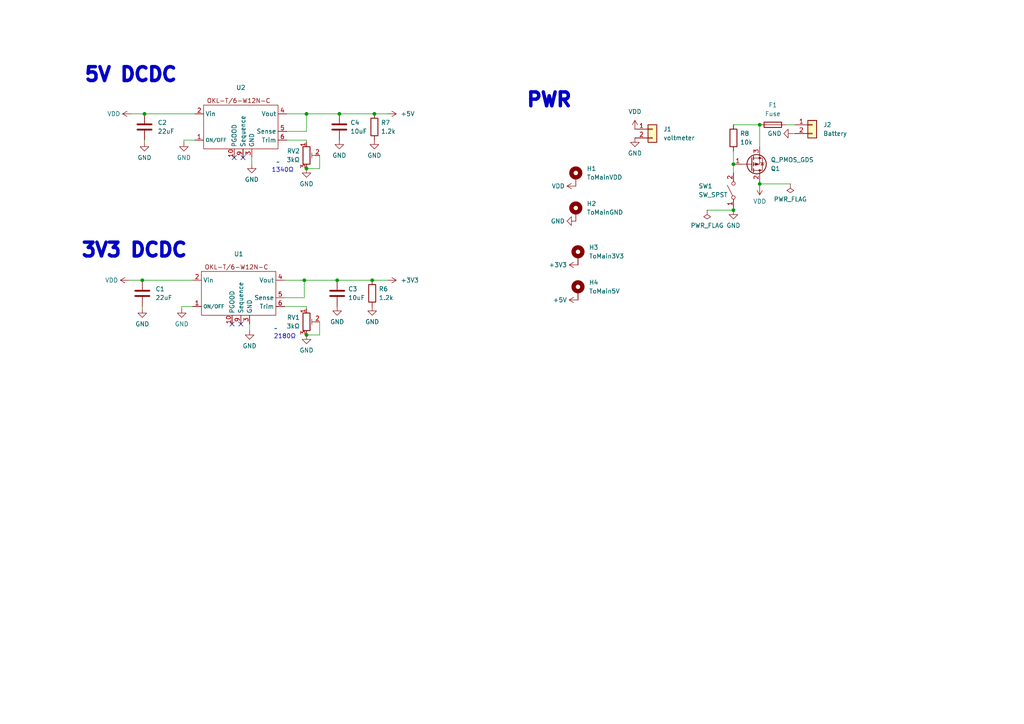
<source format=kicad_sch>
(kicad_sch (version 20230121) (generator eeschema)

  (uuid d90cef91-1e80-4d94-96a4-2a396e13952b)

  (paper "A4")

  (lib_symbols
    (symbol "Connector_Generic:Conn_01x02" (pin_names (offset 1.016) hide) (in_bom yes) (on_board yes)
      (property "Reference" "J" (at 0 2.54 0)
        (effects (font (size 1.27 1.27)))
      )
      (property "Value" "Conn_01x02" (at 0 -5.08 0)
        (effects (font (size 1.27 1.27)))
      )
      (property "Footprint" "" (at 0 0 0)
        (effects (font (size 1.27 1.27)) hide)
      )
      (property "Datasheet" "~" (at 0 0 0)
        (effects (font (size 1.27 1.27)) hide)
      )
      (property "ki_keywords" "connector" (at 0 0 0)
        (effects (font (size 1.27 1.27)) hide)
      )
      (property "ki_description" "Generic connector, single row, 01x02, script generated (kicad-library-utils/schlib/autogen/connector/)" (at 0 0 0)
        (effects (font (size 1.27 1.27)) hide)
      )
      (property "ki_fp_filters" "Connector*:*_1x??_*" (at 0 0 0)
        (effects (font (size 1.27 1.27)) hide)
      )
      (symbol "Conn_01x02_1_1"
        (rectangle (start -1.27 -2.413) (end 0 -2.667)
          (stroke (width 0.1524) (type default))
          (fill (type none))
        )
        (rectangle (start -1.27 0.127) (end 0 -0.127)
          (stroke (width 0.1524) (type default))
          (fill (type none))
        )
        (rectangle (start -1.27 1.27) (end 1.27 -3.81)
          (stroke (width 0.254) (type default))
          (fill (type background))
        )
        (pin passive line (at -5.08 0 0) (length 3.81)
          (name "Pin_1" (effects (font (size 1.27 1.27))))
          (number "1" (effects (font (size 1.27 1.27))))
        )
        (pin passive line (at -5.08 -2.54 0) (length 3.81)
          (name "Pin_2" (effects (font (size 1.27 1.27))))
          (number "2" (effects (font (size 1.27 1.27))))
        )
      )
    )
    (symbol "Device:C" (pin_numbers hide) (pin_names (offset 0.254)) (in_bom yes) (on_board yes)
      (property "Reference" "C" (at 0.635 2.54 0)
        (effects (font (size 1.27 1.27)) (justify left))
      )
      (property "Value" "C" (at 0.635 -2.54 0)
        (effects (font (size 1.27 1.27)) (justify left))
      )
      (property "Footprint" "" (at 0.9652 -3.81 0)
        (effects (font (size 1.27 1.27)) hide)
      )
      (property "Datasheet" "~" (at 0 0 0)
        (effects (font (size 1.27 1.27)) hide)
      )
      (property "ki_keywords" "cap capacitor" (at 0 0 0)
        (effects (font (size 1.27 1.27)) hide)
      )
      (property "ki_description" "Unpolarized capacitor" (at 0 0 0)
        (effects (font (size 1.27 1.27)) hide)
      )
      (property "ki_fp_filters" "C_*" (at 0 0 0)
        (effects (font (size 1.27 1.27)) hide)
      )
      (symbol "C_0_1"
        (polyline
          (pts
            (xy -2.032 -0.762)
            (xy 2.032 -0.762)
          )
          (stroke (width 0.508) (type default))
          (fill (type none))
        )
        (polyline
          (pts
            (xy -2.032 0.762)
            (xy 2.032 0.762)
          )
          (stroke (width 0.508) (type default))
          (fill (type none))
        )
      )
      (symbol "C_1_1"
        (pin passive line (at 0 3.81 270) (length 2.794)
          (name "~" (effects (font (size 1.27 1.27))))
          (number "1" (effects (font (size 1.27 1.27))))
        )
        (pin passive line (at 0 -3.81 90) (length 2.794)
          (name "~" (effects (font (size 1.27 1.27))))
          (number "2" (effects (font (size 1.27 1.27))))
        )
      )
    )
    (symbol "Device:Fuse" (pin_numbers hide) (pin_names (offset 0)) (in_bom yes) (on_board yes)
      (property "Reference" "F" (at 2.032 0 90)
        (effects (font (size 1.27 1.27)))
      )
      (property "Value" "Fuse" (at -1.905 0 90)
        (effects (font (size 1.27 1.27)))
      )
      (property "Footprint" "" (at -1.778 0 90)
        (effects (font (size 1.27 1.27)) hide)
      )
      (property "Datasheet" "~" (at 0 0 0)
        (effects (font (size 1.27 1.27)) hide)
      )
      (property "ki_keywords" "fuse" (at 0 0 0)
        (effects (font (size 1.27 1.27)) hide)
      )
      (property "ki_description" "Fuse" (at 0 0 0)
        (effects (font (size 1.27 1.27)) hide)
      )
      (property "ki_fp_filters" "*Fuse*" (at 0 0 0)
        (effects (font (size 1.27 1.27)) hide)
      )
      (symbol "Fuse_0_1"
        (rectangle (start -0.762 -2.54) (end 0.762 2.54)
          (stroke (width 0.254) (type default))
          (fill (type none))
        )
        (polyline
          (pts
            (xy 0 2.54)
            (xy 0 -2.54)
          )
          (stroke (width 0) (type default))
          (fill (type none))
        )
      )
      (symbol "Fuse_1_1"
        (pin passive line (at 0 3.81 270) (length 1.27)
          (name "~" (effects (font (size 1.27 1.27))))
          (number "1" (effects (font (size 1.27 1.27))))
        )
        (pin passive line (at 0 -3.81 90) (length 1.27)
          (name "~" (effects (font (size 1.27 1.27))))
          (number "2" (effects (font (size 1.27 1.27))))
        )
      )
    )
    (symbol "Device:Q_PMOS_GDS" (pin_names (offset 0) hide) (in_bom yes) (on_board yes)
      (property "Reference" "Q" (at 5.08 1.27 0)
        (effects (font (size 1.27 1.27)) (justify left))
      )
      (property "Value" "Q_PMOS_GDS" (at 5.08 -1.27 0)
        (effects (font (size 1.27 1.27)) (justify left))
      )
      (property "Footprint" "" (at 5.08 2.54 0)
        (effects (font (size 1.27 1.27)) hide)
      )
      (property "Datasheet" "~" (at 0 0 0)
        (effects (font (size 1.27 1.27)) hide)
      )
      (property "ki_keywords" "transistor PMOS P-MOS P-MOSFET" (at 0 0 0)
        (effects (font (size 1.27 1.27)) hide)
      )
      (property "ki_description" "P-MOSFET transistor, gate/drain/source" (at 0 0 0)
        (effects (font (size 1.27 1.27)) hide)
      )
      (symbol "Q_PMOS_GDS_0_1"
        (polyline
          (pts
            (xy 0.254 0)
            (xy -2.54 0)
          )
          (stroke (width 0) (type default))
          (fill (type none))
        )
        (polyline
          (pts
            (xy 0.254 1.905)
            (xy 0.254 -1.905)
          )
          (stroke (width 0.254) (type default))
          (fill (type none))
        )
        (polyline
          (pts
            (xy 0.762 -1.27)
            (xy 0.762 -2.286)
          )
          (stroke (width 0.254) (type default))
          (fill (type none))
        )
        (polyline
          (pts
            (xy 0.762 0.508)
            (xy 0.762 -0.508)
          )
          (stroke (width 0.254) (type default))
          (fill (type none))
        )
        (polyline
          (pts
            (xy 0.762 2.286)
            (xy 0.762 1.27)
          )
          (stroke (width 0.254) (type default))
          (fill (type none))
        )
        (polyline
          (pts
            (xy 2.54 2.54)
            (xy 2.54 1.778)
          )
          (stroke (width 0) (type default))
          (fill (type none))
        )
        (polyline
          (pts
            (xy 2.54 -2.54)
            (xy 2.54 0)
            (xy 0.762 0)
          )
          (stroke (width 0) (type default))
          (fill (type none))
        )
        (polyline
          (pts
            (xy 0.762 1.778)
            (xy 3.302 1.778)
            (xy 3.302 -1.778)
            (xy 0.762 -1.778)
          )
          (stroke (width 0) (type default))
          (fill (type none))
        )
        (polyline
          (pts
            (xy 2.286 0)
            (xy 1.27 0.381)
            (xy 1.27 -0.381)
            (xy 2.286 0)
          )
          (stroke (width 0) (type default))
          (fill (type outline))
        )
        (polyline
          (pts
            (xy 2.794 -0.508)
            (xy 2.921 -0.381)
            (xy 3.683 -0.381)
            (xy 3.81 -0.254)
          )
          (stroke (width 0) (type default))
          (fill (type none))
        )
        (polyline
          (pts
            (xy 3.302 -0.381)
            (xy 2.921 0.254)
            (xy 3.683 0.254)
            (xy 3.302 -0.381)
          )
          (stroke (width 0) (type default))
          (fill (type none))
        )
        (circle (center 1.651 0) (radius 2.794)
          (stroke (width 0.254) (type default))
          (fill (type none))
        )
        (circle (center 2.54 -1.778) (radius 0.254)
          (stroke (width 0) (type default))
          (fill (type outline))
        )
        (circle (center 2.54 1.778) (radius 0.254)
          (stroke (width 0) (type default))
          (fill (type outline))
        )
      )
      (symbol "Q_PMOS_GDS_1_1"
        (pin input line (at -5.08 0 0) (length 2.54)
          (name "G" (effects (font (size 1.27 1.27))))
          (number "1" (effects (font (size 1.27 1.27))))
        )
        (pin passive line (at 2.54 5.08 270) (length 2.54)
          (name "D" (effects (font (size 1.27 1.27))))
          (number "2" (effects (font (size 1.27 1.27))))
        )
        (pin passive line (at 2.54 -5.08 90) (length 2.54)
          (name "S" (effects (font (size 1.27 1.27))))
          (number "3" (effects (font (size 1.27 1.27))))
        )
      )
    )
    (symbol "Device:R" (pin_numbers hide) (pin_names (offset 0)) (in_bom yes) (on_board yes)
      (property "Reference" "R" (at 2.032 0 90)
        (effects (font (size 1.27 1.27)))
      )
      (property "Value" "R" (at 0 0 90)
        (effects (font (size 1.27 1.27)))
      )
      (property "Footprint" "" (at -1.778 0 90)
        (effects (font (size 1.27 1.27)) hide)
      )
      (property "Datasheet" "~" (at 0 0 0)
        (effects (font (size 1.27 1.27)) hide)
      )
      (property "ki_keywords" "R res resistor" (at 0 0 0)
        (effects (font (size 1.27 1.27)) hide)
      )
      (property "ki_description" "Resistor" (at 0 0 0)
        (effects (font (size 1.27 1.27)) hide)
      )
      (property "ki_fp_filters" "R_*" (at 0 0 0)
        (effects (font (size 1.27 1.27)) hide)
      )
      (symbol "R_0_1"
        (rectangle (start -1.016 -2.54) (end 1.016 2.54)
          (stroke (width 0.254) (type default))
          (fill (type none))
        )
      )
      (symbol "R_1_1"
        (pin passive line (at 0 3.81 270) (length 1.27)
          (name "~" (effects (font (size 1.27 1.27))))
          (number "1" (effects (font (size 1.27 1.27))))
        )
        (pin passive line (at 0 -3.81 90) (length 1.27)
          (name "~" (effects (font (size 1.27 1.27))))
          (number "2" (effects (font (size 1.27 1.27))))
        )
      )
    )
    (symbol "Device:R_Potentiometer_Trim" (pin_names (offset 1.016) hide) (in_bom yes) (on_board yes)
      (property "Reference" "RV" (at -4.445 0 90)
        (effects (font (size 1.27 1.27)))
      )
      (property "Value" "R_Potentiometer_Trim" (at -2.54 0 90)
        (effects (font (size 1.27 1.27)))
      )
      (property "Footprint" "" (at 0 0 0)
        (effects (font (size 1.27 1.27)) hide)
      )
      (property "Datasheet" "~" (at 0 0 0)
        (effects (font (size 1.27 1.27)) hide)
      )
      (property "ki_keywords" "resistor variable trimpot trimmer" (at 0 0 0)
        (effects (font (size 1.27 1.27)) hide)
      )
      (property "ki_description" "Trim-potentiometer" (at 0 0 0)
        (effects (font (size 1.27 1.27)) hide)
      )
      (property "ki_fp_filters" "Potentiometer*" (at 0 0 0)
        (effects (font (size 1.27 1.27)) hide)
      )
      (symbol "R_Potentiometer_Trim_0_1"
        (polyline
          (pts
            (xy 1.524 0.762)
            (xy 1.524 -0.762)
          )
          (stroke (width 0) (type default))
          (fill (type none))
        )
        (polyline
          (pts
            (xy 2.54 0)
            (xy 1.524 0)
          )
          (stroke (width 0) (type default))
          (fill (type none))
        )
        (rectangle (start 1.016 2.54) (end -1.016 -2.54)
          (stroke (width 0.254) (type default))
          (fill (type none))
        )
      )
      (symbol "R_Potentiometer_Trim_1_1"
        (pin passive line (at 0 3.81 270) (length 1.27)
          (name "1" (effects (font (size 1.27 1.27))))
          (number "1" (effects (font (size 1.27 1.27))))
        )
        (pin passive line (at 3.81 0 180) (length 1.27)
          (name "2" (effects (font (size 1.27 1.27))))
          (number "2" (effects (font (size 1.27 1.27))))
        )
        (pin passive line (at 0 -3.81 90) (length 1.27)
          (name "3" (effects (font (size 1.27 1.27))))
          (number "3" (effects (font (size 1.27 1.27))))
        )
      )
    )
    (symbol "Mechanical:MountingHole_Pad" (pin_numbers hide) (pin_names (offset 1.016) hide) (in_bom yes) (on_board yes)
      (property "Reference" "H" (at 0 6.35 0)
        (effects (font (size 1.27 1.27)))
      )
      (property "Value" "MountingHole_Pad" (at 0 4.445 0)
        (effects (font (size 1.27 1.27)))
      )
      (property "Footprint" "" (at 0 0 0)
        (effects (font (size 1.27 1.27)) hide)
      )
      (property "Datasheet" "~" (at 0 0 0)
        (effects (font (size 1.27 1.27)) hide)
      )
      (property "ki_keywords" "mounting hole" (at 0 0 0)
        (effects (font (size 1.27 1.27)) hide)
      )
      (property "ki_description" "Mounting Hole with connection" (at 0 0 0)
        (effects (font (size 1.27 1.27)) hide)
      )
      (property "ki_fp_filters" "MountingHole*Pad*" (at 0 0 0)
        (effects (font (size 1.27 1.27)) hide)
      )
      (symbol "MountingHole_Pad_0_1"
        (circle (center 0 1.27) (radius 1.27)
          (stroke (width 1.27) (type default))
          (fill (type none))
        )
      )
      (symbol "MountingHole_Pad_1_1"
        (pin input line (at 0 -2.54 90) (length 2.54)
          (name "1" (effects (font (size 1.27 1.27))))
          (number "1" (effects (font (size 1.27 1.27))))
        )
      )
    )
    (symbol "Switch:SW_SPST" (pin_names (offset 0) hide) (in_bom yes) (on_board yes)
      (property "Reference" "SW" (at 0 3.175 0)
        (effects (font (size 1.27 1.27)))
      )
      (property "Value" "SW_SPST" (at 0 -2.54 0)
        (effects (font (size 1.27 1.27)))
      )
      (property "Footprint" "" (at 0 0 0)
        (effects (font (size 1.27 1.27)) hide)
      )
      (property "Datasheet" "~" (at 0 0 0)
        (effects (font (size 1.27 1.27)) hide)
      )
      (property "ki_keywords" "switch lever" (at 0 0 0)
        (effects (font (size 1.27 1.27)) hide)
      )
      (property "ki_description" "Single Pole Single Throw (SPST) switch" (at 0 0 0)
        (effects (font (size 1.27 1.27)) hide)
      )
      (symbol "SW_SPST_0_0"
        (circle (center -2.032 0) (radius 0.508)
          (stroke (width 0) (type default))
          (fill (type none))
        )
        (polyline
          (pts
            (xy -1.524 0.254)
            (xy 1.524 1.778)
          )
          (stroke (width 0) (type default))
          (fill (type none))
        )
        (circle (center 2.032 0) (radius 0.508)
          (stroke (width 0) (type default))
          (fill (type none))
        )
      )
      (symbol "SW_SPST_1_1"
        (pin passive line (at -5.08 0 0) (length 2.54)
          (name "A" (effects (font (size 1.27 1.27))))
          (number "1" (effects (font (size 1.27 1.27))))
        )
        (pin passive line (at 5.08 0 180) (length 2.54)
          (name "B" (effects (font (size 1.27 1.27))))
          (number "2" (effects (font (size 1.27 1.27))))
        )
      )
    )
    (symbol "akiduki:OKL-T/6-W12N-C" (in_bom yes) (on_board yes)
      (property "Reference" "U" (at 10.16 11.43 0)
        (effects (font (size 1.27 1.27)))
      )
      (property "Value" "" (at 10.16 -6.35 0)
        (effects (font (size 1.27 1.27)))
      )
      (property "Footprint" "Akiduki:OKL-T6-W12N-C" (at 15.875 -4.445 0)
        (effects (font (size 1.27 1.27)) hide)
      )
      (property "Datasheet" "" (at 10.16 -6.35 0)
        (effects (font (size 1.27 1.27)) hide)
      )
      (symbol "OKL-T/6-W12N-C_1_1"
        (rectangle (start 10.16 -2.54) (end -11.43 10.16)
          (stroke (width 0) (type default))
          (fill (type none))
        )
        (text "OKL-T/6-W12N-C" (at -1.27 11.43 0)
          (effects (font (size 1.27 1.27)))
        )
        (pin input line (at -13.97 0 0) (length 2.54)
          (name "ON/OFF" (effects (font (size 1.016 1.016))))
          (number "1" (effects (font (size 1.27 1.27))))
        )
        (pin passive line (at -2.54 -5.08 90) (length 2.54)
          (name "PGOOD" (effects (font (size 1.27 1.27))))
          (number "10" (effects (font (size 1.27 1.27))))
        )
        (pin no_connect line (at -13.97 2.54 0) (length 2.54) hide
          (name "N.C." (effects (font (size 1.27 1.27))))
          (number "11" (effects (font (size 1.27 1.27))))
        )
        (pin no_connect line (at 12.7 5.08 180) (length 2.54) hide
          (name "N.C." (effects (font (size 1.27 1.27))))
          (number "12" (effects (font (size 1.27 1.27))))
        )
        (pin power_in line (at -13.97 7.62 0) (length 2.54)
          (name "Vin" (effects (font (size 1.27 1.27))))
          (number "2" (effects (font (size 1.27 1.27))))
        )
        (pin power_in line (at 2.54 -5.08 90) (length 2.54)
          (name "GND" (effects (font (size 1.27 1.27))))
          (number "3" (effects (font (size 1.27 1.27))))
        )
        (pin power_out line (at 12.7 7.62 180) (length 2.54)
          (name "Vout" (effects (font (size 1.27 1.27))))
          (number "4" (effects (font (size 1.27 1.27))))
        )
        (pin input line (at 12.7 2.54 180) (length 2.54)
          (name "Sense" (effects (font (size 1.27 1.27))))
          (number "5" (effects (font (size 1.27 1.27))))
        )
        (pin input line (at 12.7 0 180) (length 2.54)
          (name "Trim" (effects (font (size 1.27 1.27))))
          (number "6" (effects (font (size 1.27 1.27))))
        )
        (pin power_in line (at 2.54 -5.08 90) (length 2.54) hide
          (name "GND" (effects (font (size 1.27 1.27))))
          (number "7" (effects (font (size 1.27 1.27))))
        )
        (pin no_connect line (at -13.97 5.08 0) (length 2.54) hide
          (name "N.C." (effects (font (size 1.27 1.27))))
          (number "8" (effects (font (size 1.27 1.27))))
        )
        (pin passive line (at 0 -5.08 90) (length 2.54)
          (name "Sequence" (effects (font (size 1.27 1.27))))
          (number "9" (effects (font (size 1.27 1.27))))
        )
      )
    )
    (symbol "power:+3V3" (power) (pin_names (offset 0)) (in_bom yes) (on_board yes)
      (property "Reference" "#PWR" (at 0 -3.81 0)
        (effects (font (size 1.27 1.27)) hide)
      )
      (property "Value" "+3V3" (at 0 3.556 0)
        (effects (font (size 1.27 1.27)))
      )
      (property "Footprint" "" (at 0 0 0)
        (effects (font (size 1.27 1.27)) hide)
      )
      (property "Datasheet" "" (at 0 0 0)
        (effects (font (size 1.27 1.27)) hide)
      )
      (property "ki_keywords" "global power" (at 0 0 0)
        (effects (font (size 1.27 1.27)) hide)
      )
      (property "ki_description" "Power symbol creates a global label with name \"+3V3\"" (at 0 0 0)
        (effects (font (size 1.27 1.27)) hide)
      )
      (symbol "+3V3_0_1"
        (polyline
          (pts
            (xy -0.762 1.27)
            (xy 0 2.54)
          )
          (stroke (width 0) (type default))
          (fill (type none))
        )
        (polyline
          (pts
            (xy 0 0)
            (xy 0 2.54)
          )
          (stroke (width 0) (type default))
          (fill (type none))
        )
        (polyline
          (pts
            (xy 0 2.54)
            (xy 0.762 1.27)
          )
          (stroke (width 0) (type default))
          (fill (type none))
        )
      )
      (symbol "+3V3_1_1"
        (pin power_in line (at 0 0 90) (length 0) hide
          (name "+3V3" (effects (font (size 1.27 1.27))))
          (number "1" (effects (font (size 1.27 1.27))))
        )
      )
    )
    (symbol "power:+5V" (power) (pin_names (offset 0)) (in_bom yes) (on_board yes)
      (property "Reference" "#PWR" (at 0 -3.81 0)
        (effects (font (size 1.27 1.27)) hide)
      )
      (property "Value" "+5V" (at 0 3.556 0)
        (effects (font (size 1.27 1.27)))
      )
      (property "Footprint" "" (at 0 0 0)
        (effects (font (size 1.27 1.27)) hide)
      )
      (property "Datasheet" "" (at 0 0 0)
        (effects (font (size 1.27 1.27)) hide)
      )
      (property "ki_keywords" "global power" (at 0 0 0)
        (effects (font (size 1.27 1.27)) hide)
      )
      (property "ki_description" "Power symbol creates a global label with name \"+5V\"" (at 0 0 0)
        (effects (font (size 1.27 1.27)) hide)
      )
      (symbol "+5V_0_1"
        (polyline
          (pts
            (xy -0.762 1.27)
            (xy 0 2.54)
          )
          (stroke (width 0) (type default))
          (fill (type none))
        )
        (polyline
          (pts
            (xy 0 0)
            (xy 0 2.54)
          )
          (stroke (width 0) (type default))
          (fill (type none))
        )
        (polyline
          (pts
            (xy 0 2.54)
            (xy 0.762 1.27)
          )
          (stroke (width 0) (type default))
          (fill (type none))
        )
      )
      (symbol "+5V_1_1"
        (pin power_in line (at 0 0 90) (length 0) hide
          (name "+5V" (effects (font (size 1.27 1.27))))
          (number "1" (effects (font (size 1.27 1.27))))
        )
      )
    )
    (symbol "power:GND" (power) (pin_names (offset 0)) (in_bom yes) (on_board yes)
      (property "Reference" "#PWR" (at 0 -6.35 0)
        (effects (font (size 1.27 1.27)) hide)
      )
      (property "Value" "GND" (at 0 -3.81 0)
        (effects (font (size 1.27 1.27)))
      )
      (property "Footprint" "" (at 0 0 0)
        (effects (font (size 1.27 1.27)) hide)
      )
      (property "Datasheet" "" (at 0 0 0)
        (effects (font (size 1.27 1.27)) hide)
      )
      (property "ki_keywords" "global power" (at 0 0 0)
        (effects (font (size 1.27 1.27)) hide)
      )
      (property "ki_description" "Power symbol creates a global label with name \"GND\" , ground" (at 0 0 0)
        (effects (font (size 1.27 1.27)) hide)
      )
      (symbol "GND_0_1"
        (polyline
          (pts
            (xy 0 0)
            (xy 0 -1.27)
            (xy 1.27 -1.27)
            (xy 0 -2.54)
            (xy -1.27 -1.27)
            (xy 0 -1.27)
          )
          (stroke (width 0) (type default))
          (fill (type none))
        )
      )
      (symbol "GND_1_1"
        (pin power_in line (at 0 0 270) (length 0) hide
          (name "GND" (effects (font (size 1.27 1.27))))
          (number "1" (effects (font (size 1.27 1.27))))
        )
      )
    )
    (symbol "power:PWR_FLAG" (power) (pin_numbers hide) (pin_names (offset 0) hide) (in_bom yes) (on_board yes)
      (property "Reference" "#FLG" (at 0 1.905 0)
        (effects (font (size 1.27 1.27)) hide)
      )
      (property "Value" "PWR_FLAG" (at 0 3.81 0)
        (effects (font (size 1.27 1.27)))
      )
      (property "Footprint" "" (at 0 0 0)
        (effects (font (size 1.27 1.27)) hide)
      )
      (property "Datasheet" "~" (at 0 0 0)
        (effects (font (size 1.27 1.27)) hide)
      )
      (property "ki_keywords" "flag power" (at 0 0 0)
        (effects (font (size 1.27 1.27)) hide)
      )
      (property "ki_description" "Special symbol for telling ERC where power comes from" (at 0 0 0)
        (effects (font (size 1.27 1.27)) hide)
      )
      (symbol "PWR_FLAG_0_0"
        (pin power_out line (at 0 0 90) (length 0)
          (name "pwr" (effects (font (size 1.27 1.27))))
          (number "1" (effects (font (size 1.27 1.27))))
        )
      )
      (symbol "PWR_FLAG_0_1"
        (polyline
          (pts
            (xy 0 0)
            (xy 0 1.27)
            (xy -1.016 1.905)
            (xy 0 2.54)
            (xy 1.016 1.905)
            (xy 0 1.27)
          )
          (stroke (width 0) (type default))
          (fill (type none))
        )
      )
    )
    (symbol "power:VDD" (power) (pin_names (offset 0)) (in_bom yes) (on_board yes)
      (property "Reference" "#PWR" (at 0 -3.81 0)
        (effects (font (size 1.27 1.27)) hide)
      )
      (property "Value" "VDD" (at 0 3.81 0)
        (effects (font (size 1.27 1.27)))
      )
      (property "Footprint" "" (at 0 0 0)
        (effects (font (size 1.27 1.27)) hide)
      )
      (property "Datasheet" "" (at 0 0 0)
        (effects (font (size 1.27 1.27)) hide)
      )
      (property "ki_keywords" "global power" (at 0 0 0)
        (effects (font (size 1.27 1.27)) hide)
      )
      (property "ki_description" "Power symbol creates a global label with name \"VDD\"" (at 0 0 0)
        (effects (font (size 1.27 1.27)) hide)
      )
      (symbol "VDD_0_1"
        (polyline
          (pts
            (xy -0.762 1.27)
            (xy 0 2.54)
          )
          (stroke (width 0) (type default))
          (fill (type none))
        )
        (polyline
          (pts
            (xy 0 0)
            (xy 0 2.54)
          )
          (stroke (width 0) (type default))
          (fill (type none))
        )
        (polyline
          (pts
            (xy 0 2.54)
            (xy 0.762 1.27)
          )
          (stroke (width 0) (type default))
          (fill (type none))
        )
      )
      (symbol "VDD_1_1"
        (pin power_in line (at 0 0 90) (length 0) hide
          (name "VDD" (effects (font (size 1.27 1.27))))
          (number "1" (effects (font (size 1.27 1.27))))
        )
      )
    )
  )

  (junction (at 41.275 81.28) (diameter 0) (color 0 0 0 0)
    (uuid 0db17d88-34a8-44a6-87b8-a7e0e432953b)
  )
  (junction (at 88.9 97.155) (diameter 0) (color 0 0 0 0)
    (uuid 10859fa6-4be1-4f1b-98ad-3e12c6078a73)
  )
  (junction (at 97.79 81.28) (diameter 0) (color 0 0 0 0)
    (uuid 1ec62c1e-9d28-493e-93d9-2088d50a6541)
  )
  (junction (at 98.425 33.02) (diameter 0) (color 0 0 0 0)
    (uuid 23adcc09-22de-4d5d-a871-546706ccef5c)
  )
  (junction (at 107.95 81.28) (diameter 0) (color 0 0 0 0)
    (uuid 24d12de3-feee-45b8-a9d8-7af3eb0a7283)
  )
  (junction (at 88.265 81.28) (diameter 0) (color 0 0 0 0)
    (uuid 2f3afbd8-d4e9-4819-aee9-31725d443a3f)
  )
  (junction (at 220.345 36.195) (diameter 0) (color 0 0 0 0)
    (uuid 5c7cd1ba-123b-4db7-aa7a-e621fc522de6)
  )
  (junction (at 220.345 53.34) (diameter 0) (color 0 0 0 0)
    (uuid 689abfb3-f7cc-4178-ab93-dfba3820cde3)
  )
  (junction (at 88.9 33.02) (diameter 0) (color 0 0 0 0)
    (uuid a41fdddc-9925-425d-b8b3-903fdc3ae527)
  )
  (junction (at 41.91 33.02) (diameter 0) (color 0 0 0 0)
    (uuid b4ef0a66-3247-4b36-8dd1-607345e0ffe3)
  )
  (junction (at 88.9 48.895) (diameter 0) (color 0 0 0 0)
    (uuid cceac446-bd06-473f-8e75-a136dda37af2)
  )
  (junction (at 212.725 60.96) (diameter 0) (color 0 0 0 0)
    (uuid efe46fd5-719b-4177-afe1-ddfc843e45c4)
  )
  (junction (at 212.725 47.625) (diameter 0) (color 0 0 0 0)
    (uuid f43e4ba6-d132-4dc7-861f-0519eb3e5ecc)
  )
  (junction (at 108.585 33.02) (diameter 0) (color 0 0 0 0)
    (uuid f9a29d41-40e0-427b-9f4e-bcae9fd442f6)
  )

  (no_connect (at 70.485 45.72) (uuid 0d5b7ce5-bb8a-42a9-8cdf-9dbcc8c687ad))
  (no_connect (at 69.85 93.98) (uuid 63412e24-ee35-405f-824c-cdbae4d092c2))
  (no_connect (at 67.31 93.98) (uuid aea853f2-e743-4b2c-a683-d1ffc63a3d97))
  (no_connect (at 67.945 45.72) (uuid e974e630-710b-4d9d-9b6b-8138c7bece8d))

  (wire (pts (xy 83.185 33.02) (xy 88.9 33.02))
    (stroke (width 0) (type default))
    (uuid 0053523d-b9b4-4429-a16f-8e43e811ea4b)
  )
  (wire (pts (xy 53.34 41.275) (xy 53.34 40.64))
    (stroke (width 0) (type default))
    (uuid 04df0f5e-2262-4e02-9a55-429e938bb6fa)
  )
  (wire (pts (xy 88.9 33.02) (xy 98.425 33.02))
    (stroke (width 0) (type default))
    (uuid 076debef-7ed4-42c7-be95-20f3682ea186)
  )
  (wire (pts (xy 88.265 81.28) (xy 97.79 81.28))
    (stroke (width 0) (type default))
    (uuid 08c8a106-2533-4a1a-ac62-4427e9f7c31b)
  )
  (wire (pts (xy 92.71 48.895) (xy 88.9 48.895))
    (stroke (width 0) (type default))
    (uuid 13ff3c82-844c-41ba-92b2-3c3f0cdec21f)
  )
  (wire (pts (xy 52.705 89.535) (xy 52.705 88.9))
    (stroke (width 0) (type default))
    (uuid 19ed41cb-2664-4b5b-a0f6-53cb729389df)
  )
  (wire (pts (xy 88.9 38.1) (xy 88.9 33.02))
    (stroke (width 0) (type default))
    (uuid 1be1e389-2389-4e38-b19b-416e761523f8)
  )
  (wire (pts (xy 97.79 81.28) (xy 107.95 81.28))
    (stroke (width 0) (type default))
    (uuid 24598ce4-2daf-4f07-9d6e-d3118e88c4d0)
  )
  (wire (pts (xy 107.95 81.28) (xy 112.395 81.28))
    (stroke (width 0) (type default))
    (uuid 2529bf2e-0382-4df4-98a4-203424f75b03)
  )
  (wire (pts (xy 108.585 33.02) (xy 112.395 33.02))
    (stroke (width 0) (type default))
    (uuid 2af07d78-e220-49af-8155-461b03096540)
  )
  (wire (pts (xy 53.34 40.64) (xy 56.515 40.64))
    (stroke (width 0) (type default))
    (uuid 3a222609-29ab-45a9-bd2b-aa31b96892f3)
  )
  (wire (pts (xy 41.275 89.535) (xy 41.275 88.9))
    (stroke (width 0) (type default))
    (uuid 3bf30ac8-88e7-4d96-9b2f-789f45ec7bd3)
  )
  (wire (pts (xy 230.505 38.735) (xy 229.87 38.735))
    (stroke (width 0) (type default))
    (uuid 43cdf0fe-ee36-4e8e-bd23-65faf219794a)
  )
  (wire (pts (xy 212.725 43.815) (xy 212.725 47.625))
    (stroke (width 0) (type default))
    (uuid 4791848e-2d0f-4737-a61d-d41cdfcb7d9a)
  )
  (wire (pts (xy 88.9 40.64) (xy 83.185 40.64))
    (stroke (width 0) (type default))
    (uuid 48269ff5-7297-45aa-a692-740573626fad)
  )
  (wire (pts (xy 212.725 36.195) (xy 220.345 36.195))
    (stroke (width 0) (type default))
    (uuid 49387052-0366-4485-8be0-10a5f27435c0)
  )
  (wire (pts (xy 92.71 45.085) (xy 92.71 48.895))
    (stroke (width 0) (type default))
    (uuid 4cdce067-cdb8-4d6c-9f4e-b10de3e35212)
  )
  (wire (pts (xy 88.9 41.275) (xy 88.9 40.64))
    (stroke (width 0) (type default))
    (uuid 5d8aaedb-2e18-4b5c-9609-8ce1b017b85e)
  )
  (wire (pts (xy 230.505 36.195) (xy 227.965 36.195))
    (stroke (width 0) (type default))
    (uuid 610fdf13-fd83-4a1a-b71f-645fb4ca2d46)
  )
  (wire (pts (xy 220.345 52.705) (xy 220.345 53.34))
    (stroke (width 0) (type default))
    (uuid 68c699b4-0f1c-40ba-b20e-ea4ceabd3431)
  )
  (wire (pts (xy 82.55 86.36) (xy 88.265 86.36))
    (stroke (width 0) (type default))
    (uuid 695376f7-4500-407a-91a0-c5d420c13d12)
  )
  (wire (pts (xy 212.725 60.96) (xy 212.725 60.325))
    (stroke (width 0) (type default))
    (uuid 75f92c27-8f9d-4d21-8677-1d7d2e6cd14a)
  )
  (wire (pts (xy 72.39 95.885) (xy 72.39 93.98))
    (stroke (width 0) (type default))
    (uuid 80699ae0-091b-41a0-b7a8-233236efba12)
  )
  (wire (pts (xy 220.345 53.34) (xy 220.345 53.975))
    (stroke (width 0) (type default))
    (uuid 89c0e36c-2f39-402b-9afd-b7825ebf23fd)
  )
  (wire (pts (xy 229.235 53.34) (xy 220.345 53.34))
    (stroke (width 0) (type default))
    (uuid 8a6a6b3c-3756-4646-ab04-f05832efad75)
  )
  (wire (pts (xy 88.265 86.36) (xy 88.265 81.28))
    (stroke (width 0) (type default))
    (uuid 8daa3d94-94e3-4c0f-9ea4-60d33ff2117c)
  )
  (wire (pts (xy 83.185 38.1) (xy 88.9 38.1))
    (stroke (width 0) (type default))
    (uuid 92812df7-04f5-4cbc-98a2-6cafbd7b20bc)
  )
  (wire (pts (xy 41.275 81.28) (xy 55.88 81.28))
    (stroke (width 0) (type default))
    (uuid 96414c36-b2fc-4c38-b466-70c1857d1106)
  )
  (wire (pts (xy 52.705 88.9) (xy 55.88 88.9))
    (stroke (width 0) (type default))
    (uuid 96a041e8-5de0-4b52-ac07-6f8638d76c59)
  )
  (wire (pts (xy 98.425 33.02) (xy 108.585 33.02))
    (stroke (width 0) (type default))
    (uuid 9d9c2917-2c92-443c-a404-2f48e33236b5)
  )
  (wire (pts (xy 88.9 89.535) (xy 88.9 88.9))
    (stroke (width 0) (type default))
    (uuid a198dd14-0cad-4dc2-ad69-7040cf00053e)
  )
  (wire (pts (xy 73.025 47.625) (xy 73.025 45.72))
    (stroke (width 0) (type default))
    (uuid ada9ae33-32f3-458b-b909-5f91b26391c5)
  )
  (wire (pts (xy 38.1 33.02) (xy 41.91 33.02))
    (stroke (width 0) (type default))
    (uuid b640e019-9623-4a2a-afff-4d40b0f6355a)
  )
  (wire (pts (xy 41.91 33.02) (xy 56.515 33.02))
    (stroke (width 0) (type default))
    (uuid bd2fc5f3-1aa5-4063-b3e7-5b3d196e07f4)
  )
  (wire (pts (xy 37.465 81.28) (xy 41.275 81.28))
    (stroke (width 0) (type default))
    (uuid c86f1cb3-4e2c-46fe-9243-e112aed264b2)
  )
  (wire (pts (xy 220.345 36.195) (xy 220.345 42.545))
    (stroke (width 0) (type default))
    (uuid d14354c2-2fa9-43ea-92a2-a6eb1146ba31)
  )
  (wire (pts (xy 88.9 88.9) (xy 82.55 88.9))
    (stroke (width 0) (type default))
    (uuid d171e062-e810-4112-8423-14e22772f0df)
  )
  (wire (pts (xy 92.71 93.345) (xy 92.71 97.155))
    (stroke (width 0) (type default))
    (uuid d354d924-ca45-4e65-ad04-3321599adce3)
  )
  (wire (pts (xy 212.725 50.165) (xy 212.725 47.625))
    (stroke (width 0) (type default))
    (uuid daa6f2c1-75e5-4fa8-b9b8-57e4c6120602)
  )
  (wire (pts (xy 205.105 60.96) (xy 212.725 60.96))
    (stroke (width 0) (type default))
    (uuid e5f2c691-4e64-479a-97db-30e6ff581f64)
  )
  (wire (pts (xy 82.55 81.28) (xy 88.265 81.28))
    (stroke (width 0) (type default))
    (uuid e5f67b37-2e3f-4284-83b6-2986cc326b6d)
  )
  (wire (pts (xy 92.71 97.155) (xy 88.9 97.155))
    (stroke (width 0) (type default))
    (uuid e82cd669-5308-4e02-b0ae-eb88f6009218)
  )
  (wire (pts (xy 41.91 41.275) (xy 41.91 40.64))
    (stroke (width 0) (type default))
    (uuid ed070c06-308e-4435-b9bf-c9c2c355bcc3)
  )

  (text "3V3 DCDC" (at 23.25 75.025 0)
    (effects (font (size 4 4) (thickness 2) bold) (justify left bottom))
    (uuid 1ed5f860-374a-4867-ba91-884880c31fd3)
  )
  (text "1340Ω" (at 78.74 50.165 0)
    (effects (font (size 1.27 1.27)) (justify left bottom))
    (uuid 486ac15a-7671-4a23-b033-77cdf273ac83)
  )
  (text "PWR" (at 152.35 31.455 0)
    (effects (font (size 4 4) (thickness 2) bold) (justify left bottom))
    (uuid 490270fa-1046-47b4-a907-4a46a51b1ee6)
  )
  (text "2180Ω" (at 79.375 98.425 0)
    (effects (font (size 1.27 1.27)) (justify left bottom))
    (uuid ab054199-a291-4969-b837-6ff409e13ca1)
  )
  (text "5V DCDC\n" (at 24.13 24.13 0)
    (effects (font (size 4 4) (thickness 2) bold) (justify left bottom))
    (uuid f7acfceb-9de8-4c32-b933-c76766b25844)
  )

  (symbol (lib_id "Device:C") (at 41.91 36.83 0) (unit 1)
    (in_bom yes) (on_board yes) (dnp no) (fields_autoplaced)
    (uuid 06e3b09e-6c85-46f8-a706-41113eef343f)
    (property "Reference" "C9" (at 45.72 35.56 0)
      (effects (font (size 1.27 1.27)) (justify left))
    )
    (property "Value" "22uF" (at 45.72 38.1 0)
      (effects (font (size 1.27 1.27)) (justify left))
    )
    (property "Footprint" "Capacitor_SMD:C_0805_2012Metric_Pad1.18x1.45mm_HandSolder" (at 42.8752 40.64 0)
      (effects (font (size 1.27 1.27)) hide)
    )
    (property "Datasheet" "~" (at 41.91 36.83 0)
      (effects (font (size 1.27 1.27)) hide)
    )
    (property "LCSC" "C45783" (at 41.91 36.83 0)
      (effects (font (size 1.27 1.27)) hide)
    )
    (pin "1" (uuid 539b7d87-0feb-4e89-bbe3-7119e6e69610))
    (pin "2" (uuid fc9e232c-ec4b-4b9a-8f2c-28cafe1bc407))
    (instances
      (project "04-PWR"
        (path "/5fb95203-1119-4f22-b8d1-f5feaaf529dd"
          (reference "C9") (unit 1)
        )
      )
      (project "05-PWR"
        (path "/88b1ede4-99cb-4604-8dda-0ab246c2fd79"
          (reference "C1") (unit 1)
        )
      )
      (project "05-PWR"
        (path "/d90cef91-1e80-4d94-96a4-2a396e13952b"
          (reference "C2") (unit 1)
        )
      )
    )
  )

  (symbol (lib_id "Device:R") (at 108.585 36.83 0) (unit 1)
    (in_bom yes) (on_board yes) (dnp no) (fields_autoplaced)
    (uuid 09c803f3-103e-4217-94ac-a0824f8ccbcd)
    (property "Reference" "R13" (at 110.49 35.56 0)
      (effects (font (size 1.27 1.27)) (justify left))
    )
    (property "Value" "1.2k" (at 110.49 38.1 0)
      (effects (font (size 1.27 1.27)) (justify left))
    )
    (property "Footprint" "Resistor_THT:R_Axial_DIN0207_L6.3mm_D2.5mm_P10.16mm_Horizontal" (at 106.807 36.83 90)
      (effects (font (size 1.27 1.27)) hide)
    )
    (property "Datasheet" "~" (at 108.585 36.83 0)
      (effects (font (size 1.27 1.27)) hide)
    )
    (property "LCSC" "C22765" (at 108.585 36.83 0)
      (effects (font (size 1.27 1.27)) hide)
    )
    (pin "2" (uuid d7b31f60-1dcd-420c-b1ae-a6687655d121))
    (pin "1" (uuid 0a6ab5e6-22ff-4aae-b7c4-24242f8aa562))
    (instances
      (project "04-PWR"
        (path "/5fb95203-1119-4f22-b8d1-f5feaaf529dd"
          (reference "R13") (unit 1)
        )
      )
      (project "05-PWR"
        (path "/88b1ede4-99cb-4604-8dda-0ab246c2fd79"
          (reference "R4") (unit 1)
        )
      )
      (project "05-PWR"
        (path "/d90cef91-1e80-4d94-96a4-2a396e13952b"
          (reference "R7") (unit 1)
        )
      )
    )
  )

  (symbol (lib_id "power:GND") (at 212.725 60.96 0) (unit 1)
    (in_bom yes) (on_board yes) (dnp no) (fields_autoplaced)
    (uuid 159939cc-df83-4fa5-95b3-b9246546f197)
    (property "Reference" "#PWR047" (at 212.725 67.31 0)
      (effects (font (size 1.27 1.27)) hide)
    )
    (property "Value" "GND" (at 212.725 65.405 0)
      (effects (font (size 1.27 1.27)))
    )
    (property "Footprint" "" (at 212.725 60.96 0)
      (effects (font (size 1.27 1.27)) hide)
    )
    (property "Datasheet" "" (at 212.725 60.96 0)
      (effects (font (size 1.27 1.27)) hide)
    )
    (pin "1" (uuid 00d8c4ba-3c98-4b29-a6e7-5f7ef89646c5))
    (instances
      (project "04-PWR"
        (path "/5fb95203-1119-4f22-b8d1-f5feaaf529dd"
          (reference "#PWR047") (unit 1)
        )
      )
      (project "05-PWR"
        (path "/88b1ede4-99cb-4604-8dda-0ab246c2fd79"
          (reference "#PWR039") (unit 1)
        )
      )
      (project "05-PWR"
        (path "/d90cef91-1e80-4d94-96a4-2a396e13952b"
          (reference "#PWR021") (unit 1)
        )
      )
    )
  )

  (symbol (lib_id "power:VDD") (at 220.345 53.975 180) (unit 1)
    (in_bom yes) (on_board yes) (dnp no) (fields_autoplaced)
    (uuid 17a5bfc9-7c7a-4e1e-ab1c-874fc14db8d1)
    (property "Reference" "#PWR050" (at 220.345 50.165 0)
      (effects (font (size 1.27 1.27)) hide)
    )
    (property "Value" "VDD" (at 220.345 58.42 0)
      (effects (font (size 1.27 1.27)))
    )
    (property "Footprint" "" (at 220.345 53.975 0)
      (effects (font (size 1.27 1.27)) hide)
    )
    (property "Datasheet" "" (at 220.345 53.975 0)
      (effects (font (size 1.27 1.27)) hide)
    )
    (pin "1" (uuid b2388e13-86e7-4939-9b8b-bc4a6790aa41))
    (instances
      (project "04-PWR"
        (path "/5fb95203-1119-4f22-b8d1-f5feaaf529dd"
          (reference "#PWR050") (unit 1)
        )
      )
      (project "05-PWR"
        (path "/88b1ede4-99cb-4604-8dda-0ab246c2fd79"
          (reference "#PWR01") (unit 1)
        )
      )
      (project "05-PWR"
        (path "/d90cef91-1e80-4d94-96a4-2a396e13952b"
          (reference "#PWR022") (unit 1)
        )
      )
    )
  )

  (symbol (lib_id "power:GND") (at 88.9 48.895 0) (unit 1)
    (in_bom yes) (on_board yes) (dnp no) (fields_autoplaced)
    (uuid 256ad558-5b03-4d70-b9ae-efa83f2aa2b5)
    (property "Reference" "#PWR049" (at 88.9 55.245 0)
      (effects (font (size 1.27 1.27)) hide)
    )
    (property "Value" "GND" (at 88.9 53.34 0)
      (effects (font (size 1.27 1.27)))
    )
    (property "Footprint" "" (at 88.9 48.895 0)
      (effects (font (size 1.27 1.27)) hide)
    )
    (property "Datasheet" "" (at 88.9 48.895 0)
      (effects (font (size 1.27 1.27)) hide)
    )
    (pin "1" (uuid 9022ae64-6467-464b-8abb-0848141b20cb))
    (instances
      (project "04-PWR"
        (path "/5fb95203-1119-4f22-b8d1-f5feaaf529dd"
          (reference "#PWR049") (unit 1)
        )
      )
      (project "05-PWR"
        (path "/88b1ede4-99cb-4604-8dda-0ab246c2fd79"
          (reference "#PWR027") (unit 1)
        )
      )
      (project "05-PWR"
        (path "/d90cef91-1e80-4d94-96a4-2a396e13952b"
          (reference "#PWR026") (unit 1)
        )
      )
    )
  )

  (symbol (lib_id "Device:C") (at 97.79 85.09 0) (unit 1)
    (in_bom yes) (on_board yes) (dnp no) (fields_autoplaced)
    (uuid 298f6d86-d319-4f02-95fb-a4af3b89f102)
    (property "Reference" "C10" (at 100.965 83.82 0)
      (effects (font (size 1.27 1.27)) (justify left))
    )
    (property "Value" "10uF" (at 100.965 86.36 0)
      (effects (font (size 1.27 1.27)) (justify left))
    )
    (property "Footprint" "Capacitor_SMD:C_1206_3216Metric_Pad1.33x1.80mm_HandSolder" (at 98.7552 88.9 0)
      (effects (font (size 1.27 1.27)) hide)
    )
    (property "Datasheet" "~" (at 97.79 85.09 0)
      (effects (font (size 1.27 1.27)) hide)
    )
    (property "LCSC" "C15850" (at 97.79 85.09 0)
      (effects (font (size 1.27 1.27)) hide)
    )
    (pin "1" (uuid a5d612ab-da4a-49f8-8663-f55225c46020))
    (pin "2" (uuid a30ca475-e8b6-4081-955b-169672b9c955))
    (instances
      (project "04-PWR"
        (path "/5fb95203-1119-4f22-b8d1-f5feaaf529dd"
          (reference "C10") (unit 1)
        )
      )
      (project "05-PWR"
        (path "/88b1ede4-99cb-4604-8dda-0ab246c2fd79"
          (reference "C4") (unit 1)
        )
      )
      (project "05-PWR"
        (path "/d90cef91-1e80-4d94-96a4-2a396e13952b"
          (reference "C3") (unit 1)
        )
      )
    )
  )

  (symbol (lib_id "power:PWR_FLAG") (at 229.235 53.34 180) (unit 1)
    (in_bom yes) (on_board yes) (dnp no)
    (uuid 34d3de5a-3755-4246-991e-ab87aebf8e8f)
    (property "Reference" "#FLG02" (at 229.235 55.245 0)
      (effects (font (size 1.27 1.27)) hide)
    )
    (property "Value" "PWR_FLAG" (at 229.235 57.785 0)
      (effects (font (size 1.27 1.27)))
    )
    (property "Footprint" "" (at 229.235 53.34 0)
      (effects (font (size 1.27 1.27)) hide)
    )
    (property "Datasheet" "~" (at 229.235 53.34 0)
      (effects (font (size 1.27 1.27)) hide)
    )
    (pin "1" (uuid 3d27e5df-b064-4d43-8489-011e38208422))
    (instances
      (project "04-line_sub"
        (path "/25c57c6f-8e34-4d58-aed4-7bf8583eb86f"
          (reference "#FLG02") (unit 1)
        )
      )
      (project "02-LINE"
        (path "/35ef3fba-f15f-441c-9d76-e36f38a0c8a3"
          (reference "#FLG02") (unit 1)
        )
      )
      (project "04-PWR"
        (path "/5fb95203-1119-4f22-b8d1-f5feaaf529dd"
          (reference "#FLG02") (unit 1)
        )
      )
      (project "05-PWR"
        (path "/d90cef91-1e80-4d94-96a4-2a396e13952b"
          (reference "#FLG02") (unit 1)
        )
      )
    )
  )

  (symbol (lib_id "power:VDD") (at 38.1 33.02 90) (unit 1)
    (in_bom yes) (on_board yes) (dnp no) (fields_autoplaced)
    (uuid 439a7525-f353-4c9e-b0b8-c8eb2ccae6db)
    (property "Reference" "#PWR036" (at 41.91 33.02 0)
      (effects (font (size 1.27 1.27)) hide)
    )
    (property "Value" "VDD" (at 34.925 33.02 90)
      (effects (font (size 1.27 1.27)) (justify left))
    )
    (property "Footprint" "" (at 38.1 33.02 0)
      (effects (font (size 1.27 1.27)) hide)
    )
    (property "Datasheet" "" (at 38.1 33.02 0)
      (effects (font (size 1.27 1.27)) hide)
    )
    (pin "1" (uuid b1e56235-2c3b-475e-ba08-f8ae72f6f156))
    (instances
      (project "04-PWR"
        (path "/5fb95203-1119-4f22-b8d1-f5feaaf529dd"
          (reference "#PWR036") (unit 1)
        )
      )
      (project "05-PWR"
        (path "/88b1ede4-99cb-4604-8dda-0ab246c2fd79"
          (reference "#PWR014") (unit 1)
        )
      )
      (project "05-PWR"
        (path "/d90cef91-1e80-4d94-96a4-2a396e13952b"
          (reference "#PWR02") (unit 1)
        )
      )
    )
  )

  (symbol (lib_id "Device:Q_PMOS_GDS") (at 217.805 47.625 0) (mirror x) (unit 1)
    (in_bom yes) (on_board yes) (dnp no)
    (uuid 48fbf47e-59f5-4c5f-853c-c1f27456e9f3)
    (property "Reference" "Q1" (at 223.52 48.895 0)
      (effects (font (size 1.27 1.27)) (justify left))
    )
    (property "Value" "Q_PMOS_GDS" (at 223.52 46.355 0)
      (effects (font (size 1.27 1.27)) (justify left))
    )
    (property "Footprint" "Package_TO_SOT_THT:TO-251-3_Vertical" (at 222.885 50.165 0)
      (effects (font (size 1.27 1.27)) hide)
    )
    (property "Datasheet" "~" (at 217.805 47.625 0)
      (effects (font (size 1.27 1.27)) hide)
    )
    (pin "3" (uuid e33583e0-7c33-4c51-88db-13d4180005a8))
    (pin "2" (uuid 72f6bcc3-18bc-4b72-b24c-60fdc9196bdf))
    (pin "1" (uuid 2f95a0a4-3afd-4154-b0c6-52c1d6d08fff))
    (instances
      (project "04-PWR"
        (path "/5fb95203-1119-4f22-b8d1-f5feaaf529dd"
          (reference "Q1") (unit 1)
        )
      )
      (project "05-PWR"
        (path "/88b1ede4-99cb-4604-8dda-0ab246c2fd79"
          (reference "Q1") (unit 1)
        )
      )
      (project "05-PWR"
        (path "/d90cef91-1e80-4d94-96a4-2a396e13952b"
          (reference "Q1") (unit 1)
        )
      )
    )
  )

  (symbol (lib_id "power:GND") (at 184.15 40.005 0) (unit 1)
    (in_bom yes) (on_board yes) (dnp no) (fields_autoplaced)
    (uuid 4c0358c1-647f-4b97-b1aa-5086e60cece3)
    (property "Reference" "#PWR044" (at 184.15 46.355 0)
      (effects (font (size 1.27 1.27)) hide)
    )
    (property "Value" "GND" (at 184.15 44.45 0)
      (effects (font (size 1.27 1.27)))
    )
    (property "Footprint" "" (at 184.15 40.005 0)
      (effects (font (size 1.27 1.27)) hide)
    )
    (property "Datasheet" "" (at 184.15 40.005 0)
      (effects (font (size 1.27 1.27)) hide)
    )
    (pin "1" (uuid 2479123f-2abb-4fa1-9b80-f24c497534cf))
    (instances
      (project "04-PWR"
        (path "/5fb95203-1119-4f22-b8d1-f5feaaf529dd"
          (reference "#PWR044") (unit 1)
        )
      )
      (project "05-PWR"
        (path "/d90cef91-1e80-4d94-96a4-2a396e13952b"
          (reference "#PWR020") (unit 1)
        )
      )
    )
  )

  (symbol (lib_id "Device:R") (at 107.95 85.09 0) (unit 1)
    (in_bom yes) (on_board yes) (dnp no) (fields_autoplaced)
    (uuid 513044d1-8eeb-4e4c-ab79-dd3a0f0816d4)
    (property "Reference" "R12" (at 109.855 83.82 0)
      (effects (font (size 1.27 1.27)) (justify left))
    )
    (property "Value" "1.2k" (at 109.855 86.36 0)
      (effects (font (size 1.27 1.27)) (justify left))
    )
    (property "Footprint" "Resistor_THT:R_Axial_DIN0207_L6.3mm_D2.5mm_P10.16mm_Horizontal" (at 106.172 85.09 90)
      (effects (font (size 1.27 1.27)) hide)
    )
    (property "Datasheet" "~" (at 107.95 85.09 0)
      (effects (font (size 1.27 1.27)) hide)
    )
    (property "LCSC" "C22765" (at 107.95 85.09 0)
      (effects (font (size 1.27 1.27)) hide)
    )
    (pin "2" (uuid 895975bf-76bb-4489-9ca8-b015a4d0de6b))
    (pin "1" (uuid 259586d6-4b67-4d95-ac11-1dab2f8d92c8))
    (instances
      (project "04-PWR"
        (path "/5fb95203-1119-4f22-b8d1-f5feaaf529dd"
          (reference "R12") (unit 1)
        )
      )
      (project "05-PWR"
        (path "/88b1ede4-99cb-4604-8dda-0ab246c2fd79"
          (reference "R8") (unit 1)
        )
      )
      (project "05-PWR"
        (path "/d90cef91-1e80-4d94-96a4-2a396e13952b"
          (reference "R6") (unit 1)
        )
      )
    )
  )

  (symbol (lib_id "power:VDD") (at 37.465 81.28 90) (unit 1)
    (in_bom yes) (on_board yes) (dnp no) (fields_autoplaced)
    (uuid 543d2931-9c66-4ab1-8de3-e3a197735421)
    (property "Reference" "#PWR035" (at 41.275 81.28 0)
      (effects (font (size 1.27 1.27)) hide)
    )
    (property "Value" "VDD" (at 34.29 81.28 90)
      (effects (font (size 1.27 1.27)) (justify left))
    )
    (property "Footprint" "" (at 37.465 81.28 0)
      (effects (font (size 1.27 1.27)) hide)
    )
    (property "Datasheet" "" (at 37.465 81.28 0)
      (effects (font (size 1.27 1.27)) hide)
    )
    (pin "1" (uuid 284a59f5-cb63-4893-92dc-b4d101bd513c))
    (instances
      (project "04-PWR"
        (path "/5fb95203-1119-4f22-b8d1-f5feaaf529dd"
          (reference "#PWR035") (unit 1)
        )
      )
      (project "05-PWR"
        (path "/88b1ede4-99cb-4604-8dda-0ab246c2fd79"
          (reference "#PWR022") (unit 1)
        )
      )
      (project "05-PWR"
        (path "/d90cef91-1e80-4d94-96a4-2a396e13952b"
          (reference "#PWR01") (unit 1)
        )
      )
    )
  )

  (symbol (lib_id "power:GND") (at 72.39 95.885 0) (unit 1)
    (in_bom yes) (on_board yes) (dnp no) (fields_autoplaced)
    (uuid 645b3386-7958-4fe4-8602-34a0d92c101d)
    (property "Reference" "#PWR045" (at 72.39 102.235 0)
      (effects (font (size 1.27 1.27)) hide)
    )
    (property "Value" "GND" (at 72.39 100.33 0)
      (effects (font (size 1.27 1.27)))
    )
    (property "Footprint" "" (at 72.39 95.885 0)
      (effects (font (size 1.27 1.27)) hide)
    )
    (property "Datasheet" "" (at 72.39 95.885 0)
      (effects (font (size 1.27 1.27)) hide)
    )
    (pin "1" (uuid f904ebf9-9c72-482a-9c3e-091aadaf6474))
    (instances
      (project "04-PWR"
        (path "/5fb95203-1119-4f22-b8d1-f5feaaf529dd"
          (reference "#PWR045") (unit 1)
        )
      )
      (project "05-PWR"
        (path "/88b1ede4-99cb-4604-8dda-0ab246c2fd79"
          (reference "#PWR026") (unit 1)
        )
      )
      (project "05-PWR"
        (path "/d90cef91-1e80-4d94-96a4-2a396e13952b"
          (reference "#PWR07") (unit 1)
        )
      )
    )
  )

  (symbol (lib_id "akiduki:OKL-T/6-W12N-C") (at 69.85 88.9 0) (unit 1)
    (in_bom yes) (on_board yes) (dnp no) (fields_autoplaced)
    (uuid 6f8cd65a-7b40-4bc9-b3f5-c02c9268728c)
    (property "Reference" "U4" (at 69.215 73.66 0)
      (effects (font (size 1.27 1.27)))
    )
    (property "Value" "~" (at 80.01 95.25 0)
      (effects (font (size 1.27 1.27)))
    )
    (property "Footprint" "Akiduki:OKL-T6-W12N-C-SMD" (at 80.01 95.25 0)
      (effects (font (size 1.27 1.27)) hide)
    )
    (property "Datasheet" "" (at 80.01 95.25 0)
      (effects (font (size 1.27 1.27)) hide)
    )
    (pin "12" (uuid fadbca6a-5356-433b-8232-a4e6aee1bb41))
    (pin "8" (uuid d04ab497-e520-4a60-8b61-85683e664bde))
    (pin "6" (uuid 38414e3a-9118-41d3-a417-873190b0863e))
    (pin "1" (uuid c5c93455-979e-45f4-95a3-ba4981e9a40f))
    (pin "5" (uuid a7792566-9eec-4b3a-9c22-f7401c5aadb5))
    (pin "11" (uuid 883e47d1-3941-49df-b055-3fbcff1566d6))
    (pin "3" (uuid a4e883b8-4da8-4797-ad4f-a44bad2f5ba0))
    (pin "10" (uuid 8f050f03-be70-4d8a-89c3-8e2b8a637e88))
    (pin "7" (uuid aa9e0371-3b6d-41c7-a418-35ae1c1e2fd2))
    (pin "9" (uuid 04cf56d2-1cd7-4926-8132-78ccbca8080d))
    (pin "2" (uuid a39777f1-9ed0-49c2-8648-8480c237bf0c))
    (pin "4" (uuid c146405f-9748-47e6-816a-6483991c4895))
    (instances
      (project "04-PWR"
        (path "/5fb95203-1119-4f22-b8d1-f5feaaf529dd"
          (reference "U4") (unit 1)
        )
      )
      (project "05-PWR"
        (path "/88b1ede4-99cb-4604-8dda-0ab246c2fd79"
          (reference "U4") (unit 1)
        )
      )
      (project "05-PWR"
        (path "/d90cef91-1e80-4d94-96a4-2a396e13952b"
          (reference "U1") (unit 1)
        )
      )
    )
  )

  (symbol (lib_id "power:GND") (at 98.425 40.64 0) (unit 1)
    (in_bom yes) (on_board yes) (dnp no) (fields_autoplaced)
    (uuid 7116186f-7743-449d-98ac-d7a9676e1d6b)
    (property "Reference" "#PWR052" (at 98.425 46.99 0)
      (effects (font (size 1.27 1.27)) hide)
    )
    (property "Value" "GND" (at 98.425 45.085 0)
      (effects (font (size 1.27 1.27)))
    )
    (property "Footprint" "" (at 98.425 40.64 0)
      (effects (font (size 1.27 1.27)) hide)
    )
    (property "Datasheet" "" (at 98.425 40.64 0)
      (effects (font (size 1.27 1.27)) hide)
    )
    (pin "1" (uuid 225ad006-bee2-4b20-a546-bb206facb059))
    (instances
      (project "04-PWR"
        (path "/5fb95203-1119-4f22-b8d1-f5feaaf529dd"
          (reference "#PWR052") (unit 1)
        )
      )
      (project "05-PWR"
        (path "/88b1ede4-99cb-4604-8dda-0ab246c2fd79"
          (reference "#PWR018") (unit 1)
        )
      )
      (project "05-PWR"
        (path "/d90cef91-1e80-4d94-96a4-2a396e13952b"
          (reference "#PWR012") (unit 1)
        )
      )
    )
  )

  (symbol (lib_id "Mechanical:MountingHole_Pad") (at 167.005 61.595 0) (unit 1)
    (in_bom yes) (on_board yes) (dnp no) (fields_autoplaced)
    (uuid 7db59ed7-b28a-447a-a5a2-35c1f8cdb4e2)
    (property "Reference" "H2" (at 170.18 59.055 0)
      (effects (font (size 1.27 1.27)) (justify left))
    )
    (property "Value" "ToMainGND" (at 170.18 61.595 0)
      (effects (font (size 1.27 1.27)) (justify left))
    )
    (property "Footprint" "MountingHole:MountingHole_3.2mm_M3_Pad_Via" (at 167.005 61.595 0)
      (effects (font (size 1.27 1.27)) hide)
    )
    (property "Datasheet" "~" (at 167.005 61.595 0)
      (effects (font (size 1.27 1.27)) hide)
    )
    (pin "1" (uuid 00f94a48-fac3-4c2b-8984-ad5ca8b9bec7))
    (instances
      (project "04-PWR"
        (path "/5fb95203-1119-4f22-b8d1-f5feaaf529dd"
          (reference "H2") (unit 1)
        )
      )
      (project "05-PWR"
        (path "/d90cef91-1e80-4d94-96a4-2a396e13952b"
          (reference "H2") (unit 1)
        )
      )
    )
  )

  (symbol (lib_id "Device:R_Potentiometer_Trim") (at 88.9 45.085 0) (unit 1)
    (in_bom yes) (on_board yes) (dnp no) (fields_autoplaced)
    (uuid 7e988fa9-9542-4efb-9d4d-243f88586480)
    (property "Reference" "RV2" (at 86.995 43.815 0)
      (effects (font (size 1.27 1.27)) (justify right))
    )
    (property "Value" "3kΩ" (at 86.995 46.355 0)
      (effects (font (size 1.27 1.27)) (justify right))
    )
    (property "Footprint" "Potentiometer_THT:Potentiometer_Bourns_3006P_Horizontal" (at 88.9 45.085 0)
      (effects (font (size 1.27 1.27)) hide)
    )
    (property "Datasheet" "~" (at 88.9 45.085 0)
      (effects (font (size 1.27 1.27)) hide)
    )
    (pin "3" (uuid 9c87f9ed-44b1-4e3a-806f-8a8bc42a71e8))
    (pin "2" (uuid 219135bf-a137-4de6-9c86-e6c5a655fc81))
    (pin "1" (uuid 6f015b38-dc4b-459f-8fad-30b80b115e43))
    (instances
      (project "05-PWR"
        (path "/d90cef91-1e80-4d94-96a4-2a396e13952b"
          (reference "RV2") (unit 1)
        )
      )
    )
  )

  (symbol (lib_id "Device:Fuse") (at 224.155 36.195 90) (unit 1)
    (in_bom yes) (on_board yes) (dnp no) (fields_autoplaced)
    (uuid 81503dba-bdef-490b-b3eb-8c9818bec419)
    (property "Reference" "F1" (at 224.155 30.48 90)
      (effects (font (size 1.27 1.27)))
    )
    (property "Value" "Fuse" (at 224.155 33.02 90)
      (effects (font (size 1.27 1.27)))
    )
    (property "Footprint" "Akiduki:FUSE_3557-15" (at 224.155 37.973 90)
      (effects (font (size 1.27 1.27)) hide)
    )
    (property "Datasheet" "~" (at 224.155 36.195 0)
      (effects (font (size 1.27 1.27)) hide)
    )
    (property "LCSC" "" (at 224.155 36.195 0)
      (effects (font (size 1.27 1.27)) hide)
    )
    (pin "2" (uuid a8bf028a-ff81-4a08-8c4e-756fbed1541e))
    (pin "1" (uuid 6b40115b-a83c-4118-8af0-3d23e3161731))
    (instances
      (project "04-PWR"
        (path "/5fb95203-1119-4f22-b8d1-f5feaaf529dd"
          (reference "F1") (unit 1)
        )
      )
      (project "05-PWR"
        (path "/88b1ede4-99cb-4604-8dda-0ab246c2fd79"
          (reference "F1") (unit 1)
        )
      )
      (project "05-PWR"
        (path "/d90cef91-1e80-4d94-96a4-2a396e13952b"
          (reference "F1") (unit 1)
        )
      )
    )
  )

  (symbol (lib_id "power:PWR_FLAG") (at 205.105 60.96 180) (unit 1)
    (in_bom yes) (on_board yes) (dnp no) (fields_autoplaced)
    (uuid 83829ce6-b1d9-4bbe-a630-107a947d3cf2)
    (property "Reference" "#FLG03" (at 205.105 62.865 0)
      (effects (font (size 1.27 1.27)) hide)
    )
    (property "Value" "PWR_FLAG" (at 205.105 65.405 0)
      (effects (font (size 1.27 1.27)))
    )
    (property "Footprint" "" (at 205.105 60.96 0)
      (effects (font (size 1.27 1.27)) hide)
    )
    (property "Datasheet" "~" (at 205.105 60.96 0)
      (effects (font (size 1.27 1.27)) hide)
    )
    (pin "1" (uuid 5c7f3aa4-6d8b-40be-a761-dfa51f6ab0af))
    (instances
      (project "04-line_sub"
        (path "/25c57c6f-8e34-4d58-aed4-7bf8583eb86f"
          (reference "#FLG03") (unit 1)
        )
      )
      (project "02-LINE"
        (path "/35ef3fba-f15f-441c-9d76-e36f38a0c8a3"
          (reference "#FLG03") (unit 1)
        )
      )
      (project "04-PWR"
        (path "/5fb95203-1119-4f22-b8d1-f5feaaf529dd"
          (reference "#FLG01") (unit 1)
        )
      )
      (project "05-PWR"
        (path "/d90cef91-1e80-4d94-96a4-2a396e13952b"
          (reference "#FLG01") (unit 1)
        )
      )
    )
  )

  (symbol (lib_id "power:GND") (at 53.34 41.275 0) (unit 1)
    (in_bom yes) (on_board yes) (dnp no) (fields_autoplaced)
    (uuid 8c6eff08-9eba-4098-8a86-c548a3b50882)
    (property "Reference" "#PWR042" (at 53.34 47.625 0)
      (effects (font (size 1.27 1.27)) hide)
    )
    (property "Value" "GND" (at 53.34 45.72 0)
      (effects (font (size 1.27 1.27)))
    )
    (property "Footprint" "" (at 53.34 41.275 0)
      (effects (font (size 1.27 1.27)) hide)
    )
    (property "Datasheet" "" (at 53.34 41.275 0)
      (effects (font (size 1.27 1.27)) hide)
    )
    (pin "1" (uuid 3919c546-a6f5-48fa-a645-1f0c56bca5a0))
    (instances
      (project "04-PWR"
        (path "/5fb95203-1119-4f22-b8d1-f5feaaf529dd"
          (reference "#PWR042") (unit 1)
        )
      )
      (project "05-PWR"
        (path "/88b1ede4-99cb-4604-8dda-0ab246c2fd79"
          (reference "#PWR020") (unit 1)
        )
      )
      (project "05-PWR"
        (path "/d90cef91-1e80-4d94-96a4-2a396e13952b"
          (reference "#PWR06") (unit 1)
        )
      )
    )
  )

  (symbol (lib_id "power:VDD") (at 167.005 53.975 90) (unit 1)
    (in_bom yes) (on_board yes) (dnp no) (fields_autoplaced)
    (uuid 8fbde817-84f4-4543-a5bb-59f65b6bf72e)
    (property "Reference" "#PWR043" (at 170.815 53.975 0)
      (effects (font (size 1.27 1.27)) hide)
    )
    (property "Value" "VDD" (at 163.83 53.975 90)
      (effects (font (size 1.27 1.27)) (justify left))
    )
    (property "Footprint" "" (at 167.005 53.975 0)
      (effects (font (size 1.27 1.27)) hide)
    )
    (property "Datasheet" "" (at 167.005 53.975 0)
      (effects (font (size 1.27 1.27)) hide)
    )
    (pin "1" (uuid bec9d311-e8b7-494c-8293-93ac9fd68a68))
    (instances
      (project "04-PWR"
        (path "/5fb95203-1119-4f22-b8d1-f5feaaf529dd"
          (reference "#PWR043") (unit 1)
        )
      )
      (project "05-PWR"
        (path "/d90cef91-1e80-4d94-96a4-2a396e13952b"
          (reference "#PWR017") (unit 1)
        )
      )
    )
  )

  (symbol (lib_id "Device:R") (at 212.725 40.005 0) (unit 1)
    (in_bom yes) (on_board yes) (dnp no) (fields_autoplaced)
    (uuid 8fd51fc9-ae79-49fe-8844-6ff36becdeec)
    (property "Reference" "R6" (at 214.63 38.735 0)
      (effects (font (size 1.27 1.27)) (justify left))
    )
    (property "Value" "10k" (at 214.63 41.275 0)
      (effects (font (size 1.27 1.27)) (justify left))
    )
    (property "Footprint" "Resistor_THT:R_Axial_DIN0207_L6.3mm_D2.5mm_P10.16mm_Horizontal" (at 210.947 40.005 90)
      (effects (font (size 1.27 1.27)) hide)
    )
    (property "Datasheet" "~" (at 212.725 40.005 0)
      (effects (font (size 1.27 1.27)) hide)
    )
    (property "LCSC" "C25804" (at 212.725 40.005 0)
      (effects (font (size 1.27 1.27)) hide)
    )
    (pin "2" (uuid fc8755ac-21b5-4ff8-8af3-e70ce2fa0585))
    (pin "1" (uuid 6dc4a0a2-4547-49dc-a775-da94e1052bf3))
    (instances
      (project "04-PWR"
        (path "/5fb95203-1119-4f22-b8d1-f5feaaf529dd"
          (reference "R6") (unit 1)
        )
      )
      (project "05-PWR"
        (path "/88b1ede4-99cb-4604-8dda-0ab246c2fd79"
          (reference "R9") (unit 1)
        )
      )
      (project "05-PWR"
        (path "/d90cef91-1e80-4d94-96a4-2a396e13952b"
          (reference "R8") (unit 1)
        )
      )
    )
  )

  (symbol (lib_id "power:GND") (at 167.005 64.135 270) (unit 1)
    (in_bom yes) (on_board yes) (dnp no) (fields_autoplaced)
    (uuid 8fe74b1e-f711-4227-9d1a-3ee1d034f3c1)
    (property "Reference" "#PWR038" (at 160.655 64.135 0)
      (effects (font (size 1.27 1.27)) hide)
    )
    (property "Value" "GND" (at 163.83 64.135 90)
      (effects (font (size 1.27 1.27)) (justify right))
    )
    (property "Footprint" "" (at 167.005 64.135 0)
      (effects (font (size 1.27 1.27)) hide)
    )
    (property "Datasheet" "" (at 167.005 64.135 0)
      (effects (font (size 1.27 1.27)) hide)
    )
    (pin "1" (uuid f72abfc6-43c6-4652-a5a2-07ad97c2c6e0))
    (instances
      (project "04-PWR"
        (path "/5fb95203-1119-4f22-b8d1-f5feaaf529dd"
          (reference "#PWR038") (unit 1)
        )
      )
      (project "05-PWR"
        (path "/88b1ede4-99cb-4604-8dda-0ab246c2fd79"
          (reference "#PWR02") (unit 1)
        )
      )
      (project "05-PWR"
        (path "/d90cef91-1e80-4d94-96a4-2a396e13952b"
          (reference "#PWR018") (unit 1)
        )
      )
    )
  )

  (symbol (lib_id "power:GND") (at 73.025 47.625 0) (unit 1)
    (in_bom yes) (on_board yes) (dnp no) (fields_autoplaced)
    (uuid 918f7a92-15f3-4a0c-833b-9ad580cdf1d0)
    (property "Reference" "#PWR046" (at 73.025 53.975 0)
      (effects (font (size 1.27 1.27)) hide)
    )
    (property "Value" "GND" (at 73.025 52.07 0)
      (effects (font (size 1.27 1.27)))
    )
    (property "Footprint" "" (at 73.025 47.625 0)
      (effects (font (size 1.27 1.27)) hide)
    )
    (property "Datasheet" "" (at 73.025 47.625 0)
      (effects (font (size 1.27 1.27)) hide)
    )
    (pin "1" (uuid 6230e6f7-7fac-4538-bd44-5a7ee5ba9582))
    (instances
      (project "04-PWR"
        (path "/5fb95203-1119-4f22-b8d1-f5feaaf529dd"
          (reference "#PWR046") (unit 1)
        )
      )
      (project "05-PWR"
        (path "/88b1ede4-99cb-4604-8dda-0ab246c2fd79"
          (reference "#PWR015") (unit 1)
        )
      )
      (project "05-PWR"
        (path "/d90cef91-1e80-4d94-96a4-2a396e13952b"
          (reference "#PWR08") (unit 1)
        )
      )
    )
  )

  (symbol (lib_id "power:GND") (at 108.585 40.64 0) (unit 1)
    (in_bom yes) (on_board yes) (dnp no) (fields_autoplaced)
    (uuid 92105909-b04c-426a-bfce-d8bab70627e2)
    (property "Reference" "#PWR055" (at 108.585 46.99 0)
      (effects (font (size 1.27 1.27)) hide)
    )
    (property "Value" "GND" (at 108.585 45.085 0)
      (effects (font (size 1.27 1.27)))
    )
    (property "Footprint" "" (at 108.585 40.64 0)
      (effects (font (size 1.27 1.27)) hide)
    )
    (property "Datasheet" "" (at 108.585 40.64 0)
      (effects (font (size 1.27 1.27)) hide)
    )
    (pin "1" (uuid 03ca37c3-3075-4e5f-8135-8d67be4cb993))
    (instances
      (project "04-PWR"
        (path "/5fb95203-1119-4f22-b8d1-f5feaaf529dd"
          (reference "#PWR055") (unit 1)
        )
      )
      (project "05-PWR"
        (path "/88b1ede4-99cb-4604-8dda-0ab246c2fd79"
          (reference "#PWR021") (unit 1)
        )
      )
      (project "05-PWR"
        (path "/d90cef91-1e80-4d94-96a4-2a396e13952b"
          (reference "#PWR014") (unit 1)
        )
      )
    )
  )

  (symbol (lib_id "power:+5V") (at 167.64 86.995 90) (unit 1)
    (in_bom yes) (on_board yes) (dnp no) (fields_autoplaced)
    (uuid 987e7689-79da-46fb-9419-4c10db1dbbf6)
    (property "Reference" "#PWR056" (at 171.45 86.995 0)
      (effects (font (size 1.27 1.27)) hide)
    )
    (property "Value" "+5V" (at 164.465 86.995 90)
      (effects (font (size 1.27 1.27)) (justify left))
    )
    (property "Footprint" "" (at 167.64 86.995 0)
      (effects (font (size 1.27 1.27)) hide)
    )
    (property "Datasheet" "" (at 167.64 86.995 0)
      (effects (font (size 1.27 1.27)) hide)
    )
    (pin "1" (uuid 780f0529-8bd3-405a-843c-313755d459df))
    (instances
      (project "04-PWR"
        (path "/5fb95203-1119-4f22-b8d1-f5feaaf529dd"
          (reference "#PWR056") (unit 1)
        )
      )
      (project "05-PWR"
        (path "/88b1ede4-99cb-4604-8dda-0ab246c2fd79"
          (reference "#PWR017") (unit 1)
        )
      )
      (project "05-PWR"
        (path "/d90cef91-1e80-4d94-96a4-2a396e13952b"
          (reference "#PWR025") (unit 1)
        )
      )
    )
  )

  (symbol (lib_id "Connector_Generic:Conn_01x02") (at 189.23 37.465 0) (unit 1)
    (in_bom yes) (on_board yes) (dnp no) (fields_autoplaced)
    (uuid 9c42a45b-4a23-4c7c-80bf-94d0dd8de1a5)
    (property "Reference" "J7" (at 192.405 37.465 0)
      (effects (font (size 1.27 1.27)) (justify left))
    )
    (property "Value" "voltmeter" (at 192.405 40.005 0)
      (effects (font (size 1.27 1.27)) (justify left))
    )
    (property "Footprint" "Connector_Wire:SolderWire-0.5sqmm_1x02_P4.6mm_D0.9mm_OD2.1mm" (at 189.23 37.465 0)
      (effects (font (size 1.27 1.27)) hide)
    )
    (property "Datasheet" "~" (at 189.23 37.465 0)
      (effects (font (size 1.27 1.27)) hide)
    )
    (pin "2" (uuid ddb6d2ee-817c-4aeb-bdf7-26dc36ab0074))
    (pin "1" (uuid 3215a1b9-f20c-4a88-82cb-1557e4f4c59d))
    (instances
      (project "04-PWR"
        (path "/5fb95203-1119-4f22-b8d1-f5feaaf529dd"
          (reference "J7") (unit 1)
        )
      )
      (project "05-PWR"
        (path "/d90cef91-1e80-4d94-96a4-2a396e13952b"
          (reference "J1") (unit 1)
        )
      )
    )
  )

  (symbol (lib_id "power:GND") (at 229.87 38.735 270) (unit 1)
    (in_bom yes) (on_board yes) (dnp no) (fields_autoplaced)
    (uuid a0c08ed0-3e24-48eb-8eff-5175bf0d511b)
    (property "Reference" "#PWR053" (at 223.52 38.735 0)
      (effects (font (size 1.27 1.27)) hide)
    )
    (property "Value" "GND" (at 226.695 38.735 90)
      (effects (font (size 1.27 1.27)) (justify right))
    )
    (property "Footprint" "" (at 229.87 38.735 0)
      (effects (font (size 1.27 1.27)) hide)
    )
    (property "Datasheet" "" (at 229.87 38.735 0)
      (effects (font (size 1.27 1.27)) hide)
    )
    (pin "1" (uuid 33cb623c-ab33-4c89-a21b-5e702311aab3))
    (instances
      (project "04-PWR"
        (path "/5fb95203-1119-4f22-b8d1-f5feaaf529dd"
          (reference "#PWR053") (unit 1)
        )
      )
      (project "05-PWR"
        (path "/88b1ede4-99cb-4604-8dda-0ab246c2fd79"
          (reference "#PWR02") (unit 1)
        )
      )
      (project "05-PWR"
        (path "/d90cef91-1e80-4d94-96a4-2a396e13952b"
          (reference "#PWR023") (unit 1)
        )
      )
    )
  )

  (symbol (lib_id "power:GND") (at 97.79 88.9 0) (unit 1)
    (in_bom yes) (on_board yes) (dnp no) (fields_autoplaced)
    (uuid a4764748-2468-4915-aad0-c045f11d04d3)
    (property "Reference" "#PWR051" (at 97.79 95.25 0)
      (effects (font (size 1.27 1.27)) hide)
    )
    (property "Value" "GND" (at 97.79 93.345 0)
      (effects (font (size 1.27 1.27)))
    )
    (property "Footprint" "" (at 97.79 88.9 0)
      (effects (font (size 1.27 1.27)) hide)
    )
    (property "Datasheet" "" (at 97.79 88.9 0)
      (effects (font (size 1.27 1.27)) hide)
    )
    (pin "1" (uuid ae1e9238-9968-4688-bef8-fac9c64f1aff))
    (instances
      (project "04-PWR"
        (path "/5fb95203-1119-4f22-b8d1-f5feaaf529dd"
          (reference "#PWR051") (unit 1)
        )
      )
      (project "05-PWR"
        (path "/88b1ede4-99cb-4604-8dda-0ab246c2fd79"
          (reference "#PWR028") (unit 1)
        )
      )
      (project "05-PWR"
        (path "/d90cef91-1e80-4d94-96a4-2a396e13952b"
          (reference "#PWR011") (unit 1)
        )
      )
    )
  )

  (symbol (lib_id "Device:R_Potentiometer_Trim") (at 88.9 93.345 0) (unit 1)
    (in_bom yes) (on_board yes) (dnp no) (fields_autoplaced)
    (uuid a47a3dc1-195b-4299-be57-6b76fb22a172)
    (property "Reference" "RV1" (at 86.995 92.075 0)
      (effects (font (size 1.27 1.27)) (justify right))
    )
    (property "Value" "3kΩ" (at 86.995 94.615 0)
      (effects (font (size 1.27 1.27)) (justify right))
    )
    (property "Footprint" "Potentiometer_THT:Potentiometer_Bourns_3006P_Horizontal" (at 88.9 93.345 0)
      (effects (font (size 1.27 1.27)) hide)
    )
    (property "Datasheet" "~" (at 88.9 93.345 0)
      (effects (font (size 1.27 1.27)) hide)
    )
    (pin "3" (uuid 3bf13f28-cca7-4cc5-9575-e90e796d95a2))
    (pin "2" (uuid e0a7818f-2747-4df2-9b09-4686a045fab8))
    (pin "1" (uuid 87ebca5b-feab-4c4c-bbf0-d9cfac68233d))
    (instances
      (project "05-PWR"
        (path "/d90cef91-1e80-4d94-96a4-2a396e13952b"
          (reference "RV1") (unit 1)
        )
      )
    )
  )

  (symbol (lib_id "Device:C") (at 98.425 36.83 0) (unit 1)
    (in_bom yes) (on_board yes) (dnp no) (fields_autoplaced)
    (uuid abcef57f-bb96-4d85-b3c9-08d3e62c9c40)
    (property "Reference" "C11" (at 101.6 35.56 0)
      (effects (font (size 1.27 1.27)) (justify left))
    )
    (property "Value" "10uF" (at 101.6 38.1 0)
      (effects (font (size 1.27 1.27)) (justify left))
    )
    (property "Footprint" "Capacitor_SMD:C_1206_3216Metric_Pad1.33x1.80mm_HandSolder" (at 99.3902 40.64 0)
      (effects (font (size 1.27 1.27)) hide)
    )
    (property "Datasheet" "~" (at 98.425 36.83 0)
      (effects (font (size 1.27 1.27)) hide)
    )
    (property "LCSC" "C15850" (at 98.425 36.83 0)
      (effects (font (size 1.27 1.27)) hide)
    )
    (pin "1" (uuid 9ed0c2d8-e4c7-412b-85d9-4c0a80bd83dd))
    (pin "2" (uuid a50b1fda-7d2f-4a8a-8bb9-32db30c718ee))
    (instances
      (project "04-PWR"
        (path "/5fb95203-1119-4f22-b8d1-f5feaaf529dd"
          (reference "C11") (unit 1)
        )
      )
      (project "05-PWR"
        (path "/88b1ede4-99cb-4604-8dda-0ab246c2fd79"
          (reference "C2") (unit 1)
        )
      )
      (project "05-PWR"
        (path "/d90cef91-1e80-4d94-96a4-2a396e13952b"
          (reference "C4") (unit 1)
        )
      )
    )
  )

  (symbol (lib_id "power:GND") (at 52.705 89.535 0) (unit 1)
    (in_bom yes) (on_board yes) (dnp no) (fields_autoplaced)
    (uuid b6938d3a-957b-4a1c-9a1d-d0561d198a97)
    (property "Reference" "#PWR041" (at 52.705 95.885 0)
      (effects (font (size 1.27 1.27)) hide)
    )
    (property "Value" "GND" (at 52.705 93.98 0)
      (effects (font (size 1.27 1.27)))
    )
    (property "Footprint" "" (at 52.705 89.535 0)
      (effects (font (size 1.27 1.27)) hide)
    )
    (property "Datasheet" "" (at 52.705 89.535 0)
      (effects (font (size 1.27 1.27)) hide)
    )
    (pin "1" (uuid 6777424c-743d-4c50-9f52-0cbefbd124cb))
    (instances
      (project "04-PWR"
        (path "/5fb95203-1119-4f22-b8d1-f5feaaf529dd"
          (reference "#PWR041") (unit 1)
        )
      )
      (project "05-PWR"
        (path "/88b1ede4-99cb-4604-8dda-0ab246c2fd79"
          (reference "#PWR025") (unit 1)
        )
      )
      (project "05-PWR"
        (path "/d90cef91-1e80-4d94-96a4-2a396e13952b"
          (reference "#PWR05") (unit 1)
        )
      )
    )
  )

  (symbol (lib_id "power:+3V3") (at 112.395 81.28 270) (unit 1)
    (in_bom yes) (on_board yes) (dnp no) (fields_autoplaced)
    (uuid b99bfc76-c114-417d-9695-8ab9f0dae6cc)
    (property "Reference" "#PWR057" (at 108.585 81.28 0)
      (effects (font (size 1.27 1.27)) hide)
    )
    (property "Value" "+3V3" (at 116.205 81.28 90)
      (effects (font (size 1.27 1.27)) (justify left))
    )
    (property "Footprint" "" (at 112.395 81.28 0)
      (effects (font (size 1.27 1.27)) hide)
    )
    (property "Datasheet" "" (at 112.395 81.28 0)
      (effects (font (size 1.27 1.27)) hide)
    )
    (pin "1" (uuid 2d90912d-a834-453a-a9ce-a99fd7ea56dd))
    (instances
      (project "04-PWR"
        (path "/5fb95203-1119-4f22-b8d1-f5feaaf529dd"
          (reference "#PWR057") (unit 1)
        )
      )
      (project "05-PWR"
        (path "/d90cef91-1e80-4d94-96a4-2a396e13952b"
          (reference "#PWR016") (unit 1)
        )
      )
    )
  )

  (symbol (lib_id "Mechanical:MountingHole_Pad") (at 167.64 84.455 0) (unit 1)
    (in_bom yes) (on_board yes) (dnp no) (fields_autoplaced)
    (uuid c13edf7e-865b-4863-bbca-1d70c9f953d4)
    (property "Reference" "H2" (at 170.815 81.915 0)
      (effects (font (size 1.27 1.27)) (justify left))
    )
    (property "Value" "ToMain5V" (at 170.815 84.455 0)
      (effects (font (size 1.27 1.27)) (justify left))
    )
    (property "Footprint" "MountingHole:MountingHole_3.2mm_M3_Pad_Via" (at 167.64 84.455 0)
      (effects (font (size 1.27 1.27)) hide)
    )
    (property "Datasheet" "~" (at 167.64 84.455 0)
      (effects (font (size 1.27 1.27)) hide)
    )
    (pin "1" (uuid 20c374e5-73b4-4f04-9b45-89bbe7c9bb3f))
    (instances
      (project "04-PWR"
        (path "/5fb95203-1119-4f22-b8d1-f5feaaf529dd"
          (reference "H2") (unit 1)
        )
      )
      (project "05-PWR"
        (path "/d90cef91-1e80-4d94-96a4-2a396e13952b"
          (reference "H4") (unit 1)
        )
      )
    )
  )

  (symbol (lib_id "power:GND") (at 107.95 88.9 0) (unit 1)
    (in_bom yes) (on_board yes) (dnp no) (fields_autoplaced)
    (uuid c20be660-f76f-4408-a64a-ffddbdfe7b94)
    (property "Reference" "#PWR054" (at 107.95 95.25 0)
      (effects (font (size 1.27 1.27)) hide)
    )
    (property "Value" "GND" (at 107.95 93.345 0)
      (effects (font (size 1.27 1.27)))
    )
    (property "Footprint" "" (at 107.95 88.9 0)
      (effects (font (size 1.27 1.27)) hide)
    )
    (property "Datasheet" "" (at 107.95 88.9 0)
      (effects (font (size 1.27 1.27)) hide)
    )
    (pin "1" (uuid 26aff5e2-d752-4524-aee2-97dd7f216b0c))
    (instances
      (project "04-PWR"
        (path "/5fb95203-1119-4f22-b8d1-f5feaaf529dd"
          (reference "#PWR054") (unit 1)
        )
      )
      (project "05-PWR"
        (path "/88b1ede4-99cb-4604-8dda-0ab246c2fd79"
          (reference "#PWR029") (unit 1)
        )
      )
      (project "05-PWR"
        (path "/d90cef91-1e80-4d94-96a4-2a396e13952b"
          (reference "#PWR013") (unit 1)
        )
      )
    )
  )

  (symbol (lib_id "Mechanical:MountingHole_Pad") (at 167.005 51.435 0) (unit 1)
    (in_bom yes) (on_board yes) (dnp no) (fields_autoplaced)
    (uuid cf500e83-c2e5-41cb-8cef-d2a4437b1346)
    (property "Reference" "H1" (at 170.18 48.895 0)
      (effects (font (size 1.27 1.27)) (justify left))
    )
    (property "Value" "ToMainVDD" (at 170.18 51.435 0)
      (effects (font (size 1.27 1.27)) (justify left))
    )
    (property "Footprint" "MountingHole:MountingHole_3.2mm_M3_Pad_Via" (at 167.005 51.435 0)
      (effects (font (size 1.27 1.27)) hide)
    )
    (property "Datasheet" "~" (at 167.005 51.435 0)
      (effects (font (size 1.27 1.27)) hide)
    )
    (pin "1" (uuid 5d55cca4-c1f3-423c-9b1a-1951560dd82d))
    (instances
      (project "04-PWR"
        (path "/5fb95203-1119-4f22-b8d1-f5feaaf529dd"
          (reference "H1") (unit 1)
        )
      )
      (project "05-PWR"
        (path "/d90cef91-1e80-4d94-96a4-2a396e13952b"
          (reference "H1") (unit 1)
        )
      )
    )
  )

  (symbol (lib_id "Mechanical:MountingHole_Pad") (at 167.64 74.295 0) (unit 1)
    (in_bom yes) (on_board yes) (dnp no) (fields_autoplaced)
    (uuid cfe766e1-efdc-4c5c-ba75-cd1428a12498)
    (property "Reference" "H1" (at 170.815 71.755 0)
      (effects (font (size 1.27 1.27)) (justify left))
    )
    (property "Value" "ToMain3V3" (at 170.815 74.295 0)
      (effects (font (size 1.27 1.27)) (justify left))
    )
    (property "Footprint" "MountingHole:MountingHole_3.2mm_M3_Pad_Via" (at 167.64 74.295 0)
      (effects (font (size 1.27 1.27)) hide)
    )
    (property "Datasheet" "~" (at 167.64 74.295 0)
      (effects (font (size 1.27 1.27)) hide)
    )
    (pin "1" (uuid 50d873fc-3e3d-4c05-8ebe-b440cd81ac00))
    (instances
      (project "04-PWR"
        (path "/5fb95203-1119-4f22-b8d1-f5feaaf529dd"
          (reference "H1") (unit 1)
        )
      )
      (project "05-PWR"
        (path "/d90cef91-1e80-4d94-96a4-2a396e13952b"
          (reference "H3") (unit 1)
        )
      )
    )
  )

  (symbol (lib_id "power:+5V") (at 112.395 33.02 270) (unit 1)
    (in_bom yes) (on_board yes) (dnp no) (fields_autoplaced)
    (uuid d1faeb13-02c6-41a2-b4ce-12fe232d9879)
    (property "Reference" "#PWR056" (at 108.585 33.02 0)
      (effects (font (size 1.27 1.27)) hide)
    )
    (property "Value" "+5V" (at 116.205 33.02 90)
      (effects (font (size 1.27 1.27)) (justify left))
    )
    (property "Footprint" "" (at 112.395 33.02 0)
      (effects (font (size 1.27 1.27)) hide)
    )
    (property "Datasheet" "" (at 112.395 33.02 0)
      (effects (font (size 1.27 1.27)) hide)
    )
    (pin "1" (uuid 0aaf5277-4f89-4746-994e-0fe5aab410ae))
    (instances
      (project "04-PWR"
        (path "/5fb95203-1119-4f22-b8d1-f5feaaf529dd"
          (reference "#PWR056") (unit 1)
        )
      )
      (project "05-PWR"
        (path "/88b1ede4-99cb-4604-8dda-0ab246c2fd79"
          (reference "#PWR017") (unit 1)
        )
      )
      (project "05-PWR"
        (path "/d90cef91-1e80-4d94-96a4-2a396e13952b"
          (reference "#PWR015") (unit 1)
        )
      )
    )
  )

  (symbol (lib_id "power:VDD") (at 184.15 37.465 0) (unit 1)
    (in_bom yes) (on_board yes) (dnp no) (fields_autoplaced)
    (uuid d519ae45-bd66-4747-a7be-73b4f8d36be2)
    (property "Reference" "#PWR043" (at 184.15 41.275 0)
      (effects (font (size 1.27 1.27)) hide)
    )
    (property "Value" "VDD" (at 184.15 32.385 0)
      (effects (font (size 1.27 1.27)))
    )
    (property "Footprint" "" (at 184.15 37.465 0)
      (effects (font (size 1.27 1.27)) hide)
    )
    (property "Datasheet" "" (at 184.15 37.465 0)
      (effects (font (size 1.27 1.27)) hide)
    )
    (pin "1" (uuid 7b1a416c-dff9-442d-8f5a-6cd2d9b9e86c))
    (instances
      (project "04-PWR"
        (path "/5fb95203-1119-4f22-b8d1-f5feaaf529dd"
          (reference "#PWR043") (unit 1)
        )
      )
      (project "05-PWR"
        (path "/d90cef91-1e80-4d94-96a4-2a396e13952b"
          (reference "#PWR019") (unit 1)
        )
      )
    )
  )

  (symbol (lib_id "Device:C") (at 41.275 85.09 0) (unit 1)
    (in_bom yes) (on_board yes) (dnp no) (fields_autoplaced)
    (uuid d6724131-c478-471a-898c-d63e5917c310)
    (property "Reference" "C8" (at 45.085 83.82 0)
      (effects (font (size 1.27 1.27)) (justify left))
    )
    (property "Value" "22uF" (at 45.085 86.36 0)
      (effects (font (size 1.27 1.27)) (justify left))
    )
    (property "Footprint" "Capacitor_SMD:C_0805_2012Metric_Pad1.18x1.45mm_HandSolder" (at 42.2402 88.9 0)
      (effects (font (size 1.27 1.27)) hide)
    )
    (property "Datasheet" "~" (at 41.275 85.09 0)
      (effects (font (size 1.27 1.27)) hide)
    )
    (property "LCSC" "C45783" (at 41.275 85.09 0)
      (effects (font (size 1.27 1.27)) hide)
    )
    (pin "1" (uuid 8a86bcb6-6521-4379-9231-a4e724f0326d))
    (pin "2" (uuid 85932316-3bf8-4e9c-87e4-8376dbed42ff))
    (instances
      (project "04-PWR"
        (path "/5fb95203-1119-4f22-b8d1-f5feaaf529dd"
          (reference "C8") (unit 1)
        )
      )
      (project "05-PWR"
        (path "/88b1ede4-99cb-4604-8dda-0ab246c2fd79"
          (reference "C3") (unit 1)
        )
      )
      (project "05-PWR"
        (path "/d90cef91-1e80-4d94-96a4-2a396e13952b"
          (reference "C1") (unit 1)
        )
      )
    )
  )

  (symbol (lib_id "power:GND") (at 88.9 97.155 0) (unit 1)
    (in_bom yes) (on_board yes) (dnp no) (fields_autoplaced)
    (uuid d7b74147-7bce-4c7e-ba75-98d5e59bab0c)
    (property "Reference" "#PWR049" (at 88.9 103.505 0)
      (effects (font (size 1.27 1.27)) hide)
    )
    (property "Value" "GND" (at 88.9 101.6 0)
      (effects (font (size 1.27 1.27)))
    )
    (property "Footprint" "" (at 88.9 97.155 0)
      (effects (font (size 1.27 1.27)) hide)
    )
    (property "Datasheet" "" (at 88.9 97.155 0)
      (effects (font (size 1.27 1.27)) hide)
    )
    (pin "1" (uuid c44dbc46-f095-4347-a90e-243118e8a4cb))
    (instances
      (project "04-PWR"
        (path "/5fb95203-1119-4f22-b8d1-f5feaaf529dd"
          (reference "#PWR049") (unit 1)
        )
      )
      (project "05-PWR"
        (path "/88b1ede4-99cb-4604-8dda-0ab246c2fd79"
          (reference "#PWR027") (unit 1)
        )
      )
      (project "05-PWR"
        (path "/d90cef91-1e80-4d94-96a4-2a396e13952b"
          (reference "#PWR010") (unit 1)
        )
      )
    )
  )

  (symbol (lib_id "power:GND") (at 41.91 41.275 0) (unit 1)
    (in_bom yes) (on_board yes) (dnp no) (fields_autoplaced)
    (uuid de40cc16-ddd0-472e-a7a4-2811367cec13)
    (property "Reference" "#PWR040" (at 41.91 47.625 0)
      (effects (font (size 1.27 1.27)) hide)
    )
    (property "Value" "GND" (at 41.91 45.72 0)
      (effects (font (size 1.27 1.27)))
    )
    (property "Footprint" "" (at 41.91 41.275 0)
      (effects (font (size 1.27 1.27)) hide)
    )
    (property "Datasheet" "" (at 41.91 41.275 0)
      (effects (font (size 1.27 1.27)) hide)
    )
    (pin "1" (uuid 28361c39-5ff7-4341-9869-e1627b7088f0))
    (instances
      (project "04-PWR"
        (path "/5fb95203-1119-4f22-b8d1-f5feaaf529dd"
          (reference "#PWR040") (unit 1)
        )
      )
      (project "05-PWR"
        (path "/88b1ede4-99cb-4604-8dda-0ab246c2fd79"
          (reference "#PWR016") (unit 1)
        )
      )
      (project "05-PWR"
        (path "/d90cef91-1e80-4d94-96a4-2a396e13952b"
          (reference "#PWR04") (unit 1)
        )
      )
    )
  )

  (symbol (lib_id "akiduki:OKL-T/6-W12N-C") (at 70.485 40.64 0) (unit 1)
    (in_bom yes) (on_board yes) (dnp no) (fields_autoplaced)
    (uuid df104011-8148-4f15-b17e-ec56960a1b6d)
    (property "Reference" "U5" (at 69.85 25.4 0)
      (effects (font (size 1.27 1.27)))
    )
    (property "Value" "~" (at 80.645 46.99 0)
      (effects (font (size 1.27 1.27)))
    )
    (property "Footprint" "Akiduki:OKL-T6-W12N-C-SMD" (at 80.645 46.99 0)
      (effects (font (size 1.27 1.27)) hide)
    )
    (property "Datasheet" "" (at 80.645 46.99 0)
      (effects (font (size 1.27 1.27)) hide)
    )
    (pin "12" (uuid d0c8c59a-d4b5-4dd5-8363-80767b9c5149))
    (pin "8" (uuid 3b6892f4-abab-4504-8aa1-8d016feec79f))
    (pin "6" (uuid dc11e73d-e4bc-44b0-8d3c-30751b00ec4a))
    (pin "1" (uuid e4996232-ea79-4640-b3c1-e0e1266d4ba1))
    (pin "5" (uuid 237f98ba-d8fc-4730-bdee-c0c941a2e3ef))
    (pin "11" (uuid 34f37ac2-9760-4870-b3b7-cdc73a0deef5))
    (pin "3" (uuid 8db328a8-2a5f-4592-a4a9-6a6afe9431a5))
    (pin "10" (uuid 2c195878-fff8-4c57-86e1-049c24f754b4))
    (pin "7" (uuid 413bbaa4-85db-4691-8b44-68e738296fe8))
    (pin "9" (uuid bad28f17-5999-4eda-a844-03714c213032))
    (pin "2" (uuid f9c06d67-db28-4e98-bed2-da6f82b6d006))
    (pin "4" (uuid c7d658cc-3342-4707-bc81-a837f73a320c))
    (instances
      (project "04-PWR"
        (path "/5fb95203-1119-4f22-b8d1-f5feaaf529dd"
          (reference "U5") (unit 1)
        )
      )
      (project "05-PWR"
        (path "/88b1ede4-99cb-4604-8dda-0ab246c2fd79"
          (reference "U3") (unit 1)
        )
      )
      (project "05-PWR"
        (path "/d90cef91-1e80-4d94-96a4-2a396e13952b"
          (reference "U2") (unit 1)
        )
      )
    )
  )

  (symbol (lib_id "Switch:SW_SPST") (at 212.725 55.245 90) (unit 1)
    (in_bom yes) (on_board yes) (dnp no)
    (uuid e43350c4-7098-4969-859b-6d434774f278)
    (property "Reference" "SW2" (at 202.565 53.975 90)
      (effects (font (size 1.27 1.27)) (justify right))
    )
    (property "Value" "SW_SPST" (at 202.565 56.515 90)
      (effects (font (size 1.27 1.27)) (justify right))
    )
    (property "Footprint" "Akiduki:AkizukiSmallRockerSwitchHorizontal" (at 212.725 55.245 0)
      (effects (font (size 1.27 1.27)) hide)
    )
    (property "Datasheet" "~" (at 212.725 55.245 0)
      (effects (font (size 1.27 1.27)) hide)
    )
    (property "LCSC" "" (at 212.725 55.245 0)
      (effects (font (size 1.27 1.27)) hide)
    )
    (pin "2" (uuid eb678d22-45ea-40c7-ae6c-a9eccc1e25a4))
    (pin "1" (uuid 2bb997fd-5213-4949-b347-4d863aaf787a))
    (instances
      (project "04-PWR"
        (path "/5fb95203-1119-4f22-b8d1-f5feaaf529dd"
          (reference "SW2") (unit 1)
        )
      )
      (project "05-PWR"
        (path "/88b1ede4-99cb-4604-8dda-0ab246c2fd79"
          (reference "SW1") (unit 1)
        )
      )
      (project "05-PWR"
        (path "/d90cef91-1e80-4d94-96a4-2a396e13952b"
          (reference "SW1") (unit 1)
        )
      )
    )
  )

  (symbol (lib_id "power:GND") (at 41.275 89.535 0) (unit 1)
    (in_bom yes) (on_board yes) (dnp no) (fields_autoplaced)
    (uuid ef7c325a-10ad-4706-8102-95487a638d6e)
    (property "Reference" "#PWR039" (at 41.275 95.885 0)
      (effects (font (size 1.27 1.27)) hide)
    )
    (property "Value" "GND" (at 41.275 93.98 0)
      (effects (font (size 1.27 1.27)))
    )
    (property "Footprint" "" (at 41.275 89.535 0)
      (effects (font (size 1.27 1.27)) hide)
    )
    (property "Datasheet" "" (at 41.275 89.535 0)
      (effects (font (size 1.27 1.27)) hide)
    )
    (pin "1" (uuid a1cf550b-1504-4d12-b9fe-b53c46fe3d27))
    (instances
      (project "04-PWR"
        (path "/5fb95203-1119-4f22-b8d1-f5feaaf529dd"
          (reference "#PWR039") (unit 1)
        )
      )
      (project "05-PWR"
        (path "/88b1ede4-99cb-4604-8dda-0ab246c2fd79"
          (reference "#PWR023") (unit 1)
        )
      )
      (project "05-PWR"
        (path "/d90cef91-1e80-4d94-96a4-2a396e13952b"
          (reference "#PWR03") (unit 1)
        )
      )
    )
  )

  (symbol (lib_id "power:+3V3") (at 167.64 76.835 90) (unit 1)
    (in_bom yes) (on_board yes) (dnp no) (fields_autoplaced)
    (uuid f61a6b0d-c834-4f0b-92ac-e76549d464e6)
    (property "Reference" "#PWR057" (at 171.45 76.835 0)
      (effects (font (size 1.27 1.27)) hide)
    )
    (property "Value" "+3V3" (at 164.465 76.835 90)
      (effects (font (size 1.27 1.27)) (justify left))
    )
    (property "Footprint" "" (at 167.64 76.835 0)
      (effects (font (size 1.27 1.27)) hide)
    )
    (property "Datasheet" "" (at 167.64 76.835 0)
      (effects (font (size 1.27 1.27)) hide)
    )
    (pin "1" (uuid 4cfc1214-3ca0-40fc-bf13-b52e4bd21b7e))
    (instances
      (project "04-PWR"
        (path "/5fb95203-1119-4f22-b8d1-f5feaaf529dd"
          (reference "#PWR057") (unit 1)
        )
      )
      (project "05-PWR"
        (path "/d90cef91-1e80-4d94-96a4-2a396e13952b"
          (reference "#PWR024") (unit 1)
        )
      )
    )
  )

  (symbol (lib_id "Connector_Generic:Conn_01x02") (at 235.585 36.195 0) (unit 1)
    (in_bom yes) (on_board yes) (dnp no) (fields_autoplaced)
    (uuid fec901a1-891a-4a01-9411-1885cd76347a)
    (property "Reference" "J8" (at 238.76 36.195 0)
      (effects (font (size 1.27 1.27)) (justify left))
    )
    (property "Value" "Battery" (at 238.76 38.735 0)
      (effects (font (size 1.27 1.27)) (justify left))
    )
    (property "Footprint" "Connector_Wire:SolderWire-2sqmm_1x02_P7.8mm_D2mm_OD3.9mm" (at 235.585 36.195 0)
      (effects (font (size 1.27 1.27)) hide)
    )
    (property "Datasheet" "~" (at 235.585 36.195 0)
      (effects (font (size 1.27 1.27)) hide)
    )
    (property "LCSC" "" (at 235.585 36.195 0)
      (effects (font (size 1.27 1.27)) hide)
    )
    (pin "1" (uuid b6b2c78b-7917-4b12-89f2-46d366e9f6b3))
    (pin "2" (uuid 1efbc755-a3a6-49e5-9787-366e04e383cf))
    (instances
      (project "04-PWR"
        (path "/5fb95203-1119-4f22-b8d1-f5feaaf529dd"
          (reference "J8") (unit 1)
        )
      )
      (project "05-PWR"
        (path "/88b1ede4-99cb-4604-8dda-0ab246c2fd79"
          (reference "J1") (unit 1)
        )
      )
      (project "05-PWR"
        (path "/d90cef91-1e80-4d94-96a4-2a396e13952b"
          (reference "J2") (unit 1)
        )
      )
    )
  )

  (sheet_instances
    (path "/" (page "1"))
  )
)

</source>
